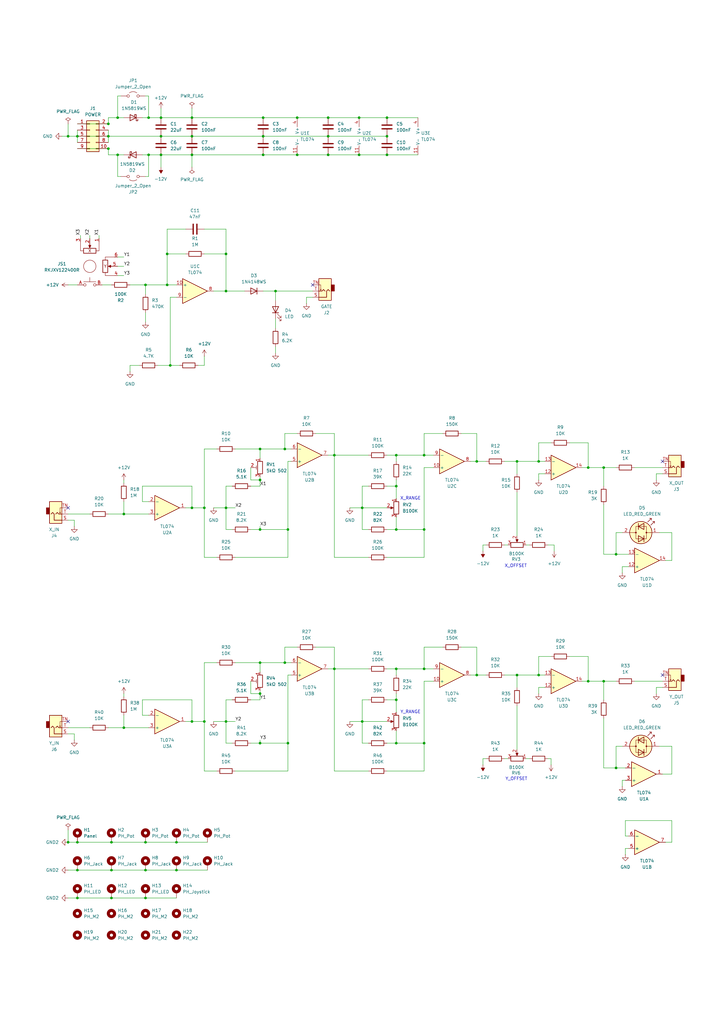
<source format=kicad_sch>
(kicad_sch (version 20231120) (generator "eeschema") (generator_version "8.0")
  (paper "A3" portrait)
  (title_block (title "Joystick") (date "2025-04-09") (rev "2.0") (company "StudioKAT") (comment 1 "CC BY-SA 4.0"))
  (junction (at 162.56 186.69))
  (junction (at 195.58 189.23))
  (junction (at 148.59 208.28))
  (junction (at 212.09 276.86))
  (junction (at 66.04 63.5))
  (junction (at 137.16 274.32))
  (junction (at 78.74 295.91))
  (junction (at 106.68 184.15))
  (junction (at 106.68 217.17))
  (junction (at 31.75 368.3))
  (junction (at 134.62 63.5))
  (junction (at 59.69 345.44))
  (junction (at 137.16 186.69))
  (junction (at 31.75 55.88))
  (junction (at 247.65 191.77))
  (junction (at 158.75 55.88))
  (junction (at 195.58 276.86))
  (junction (at 121.92 48.26))
  (junction (at 45.72 345.44))
  (junction (at 121.92 63.5))
  (junction (at 247.65 279.4))
  (junction (at 118.11 217.17))
  (junction (at 59.69 116.84))
  (junction (at 162.56 274.32))
  (junction (at 107.95 48.26))
  (junction (at 44.45 50.8))
  (junction (at 134.62 48.26))
  (junction (at 173.99 274.32))
  (junction (at 107.95 63.5))
  (junction (at 27.94 345.44))
  (junction (at 60.96 48.26))
  (junction (at 72.39 345.44))
  (junction (at 68.58 116.84))
  (junction (at 78.74 48.26))
  (junction (at 92.71 119.38))
  (junction (at 50.8 210.82))
  (junction (at 27.94 55.88))
  (junction (at 78.74 55.88))
  (junction (at 241.3 279.4))
  (junction (at 92.71 208.28))
  (junction (at 48.26 48.26))
  (junction (at 147.32 48.26))
  (junction (at 92.71 104.14))
  (junction (at 31.75 356.87))
  (junction (at 60.96 63.5))
  (junction (at 68.58 104.14))
  (junction (at 173.99 304.8))
  (junction (at 147.32 63.5))
  (junction (at 59.69 356.87))
  (junction (at 107.95 55.88))
  (junction (at 162.56 287.02))
  (junction (at 78.74 63.5))
  (junction (at 83.82 295.91))
  (junction (at 148.59 295.91))
  (junction (at 241.3 191.77))
  (junction (at 83.82 208.28))
  (junction (at 72.39 356.87))
  (junction (at 66.04 55.88))
  (junction (at 113.03 119.38))
  (junction (at 158.75 48.26))
  (junction (at 118.11 304.8))
  (junction (at 31.75 345.44))
  (junction (at 45.72 356.87))
  (junction (at 44.45 55.88))
  (junction (at 69.85 149.86))
  (junction (at 162.56 199.39))
  (junction (at 45.72 368.3))
  (junction (at 66.04 48.26))
  (junction (at 106.68 271.78))
  (junction (at 173.99 217.17))
  (junction (at 48.26 63.5))
  (junction (at 252.73 314.96))
  (junction (at 59.69 368.3))
  (junction (at 162.56 217.17))
  (junction (at 220.98 276.86))
  (junction (at 106.68 304.8))
  (junction (at 158.75 63.5))
  (junction (at 116.84 184.15))
  (junction (at 134.62 55.88))
  (junction (at 116.84 271.78))
  (junction (at 252.73 227.33))
  (junction (at 220.98 189.23))
  (junction (at 173.99 186.69))
  (junction (at 162.56 304.8))
  (junction (at 78.74 208.28))
  (junction (at 106.68 284.48))
  (junction (at 212.09 189.23))
  (junction (at 106.68 196.85))
  (junction (at 44.45 60.96))
  (junction (at 92.71 295.91))
  (junction (at 50.8 298.45))
  (no_connect (at 271.78 276.86))
  (no_connect (at 128.27 116.84))
  (no_connect (at 271.78 189.23))
  (no_connect (at 27.94 295.91))
  (no_connect (at 27.94 208.28))
  (wire (pts (xy 83.82 271.78) (xy 83.82 295.91)))
  (wire (pts (xy 106.68 284.48) (xy 106.68 287.02)))
  (wire (pts (xy 50.8 198.12) (xy 50.8 196.85)))
  (wire (pts (xy 102.87 196.85) (xy 106.68 196.85)))
  (wire (pts (xy 162.56 304.8) (xy 173.99 304.8)))
  (wire (pts (xy 226.06 269.24) (xy 220.98 269.24)))
  (wire (pts (xy 78.74 295.91) (xy 76.2 295.91)))
  (wire (pts (xy 151.13 304.8) (xy 148.59 304.8)))
  (wire (pts (xy 158.75 63.5) (xy 171.45 63.5)))
  (wire (pts (xy 50.8 210.82) (xy 60.96 210.82)))
  (wire (pts (xy 220.98 196.85) (xy 220.98 194.31)))
  (wire (pts (xy 102.87 279.4) (xy 102.87 284.48)))
  (wire (pts (xy 255.27 306.07) (xy 252.73 306.07)))
  (wire (pts (xy 92.71 199.39) (xy 92.71 208.28)))
  (wire (pts (xy 212.09 276.86) (xy 220.98 276.86)))
  (wire (pts (xy 44.45 60.96) (xy 44.45 63.5)))
  (wire (pts (xy 83.82 228.6) (xy 88.9 228.6)))
  (wire (pts (xy 66.04 55.88) (xy 78.74 55.88)))
  (wire (pts (xy 241.3 279.4) (xy 247.65 279.4)))
  (wire (pts (xy 78.74 55.88) (xy 107.95 55.88)))
  (wire (pts (xy 96.52 184.15) (xy 106.68 184.15)))
  (wire (pts (xy 83.82 316.23) (xy 88.9 316.23)))
  (wire (pts (xy 247.65 191.77) (xy 247.65 199.39)))
  (wire (pts (xy 137.16 177.8) (xy 137.16 186.69)))
  (wire (pts (xy 173.99 316.23) (xy 158.75 316.23)))
  (wire (pts (xy 119.38 189.23) (xy 118.11 189.23)))
  (wire (pts (xy 121.92 177.8) (xy 116.84 177.8)))
  (wire (pts (xy 68.58 93.98) (xy 68.58 104.14)))
  (wire (pts (xy 151.13 217.17) (xy 148.59 217.17)))
  (wire (pts (xy 31.75 356.87) (xy 45.72 356.87)))
  (wire (pts (xy 69.85 149.86) (xy 73.66 149.86)))
  (wire (pts (xy 107.95 63.5) (xy 121.92 63.5)))
  (wire (pts (xy 247.65 191.77) (xy 252.73 191.77)))
  (wire (pts (xy 269.24 281.94) (xy 271.78 281.94)))
  (wire (pts (xy 48.26 113.03) (xy 50.8 113.03)))
  (wire (pts (xy 92.71 287.02) (xy 92.71 295.91)))
  (wire (pts (xy 106.68 304.8) (xy 102.87 304.8)))
  (wire (pts (xy 212.09 189.23) (xy 220.98 189.23)))
  (wire (pts (xy 107.95 48.26) (xy 121.92 48.26)))
  (wire (pts (xy 106.68 271.78) (xy 106.68 275.59)))
  (wire (pts (xy 59.69 72.39) (xy 60.96 72.39)))
  (wire (pts (xy 215.9 311.15) (xy 217.17 311.15)))
  (wire (pts (xy 50.8 210.82) (xy 44.45 210.82)))
  (wire (pts (xy 92.71 295.91) (xy 96.52 295.91)))
  (wire (pts (xy 173.99 228.6) (xy 158.75 228.6)))
  (wire (pts (xy 113.03 119.38) (xy 128.27 119.38)))
  (wire (pts (xy 181.61 265.43) (xy 173.99 265.43)))
  (wire (pts (xy 58.42 199.39) (xy 78.74 199.39)))
  (wire (pts (xy 50.8 298.45) (xy 44.45 298.45)))
  (wire (pts (xy 137.16 316.23) (xy 137.16 274.32)))
  (wire (pts (xy 59.69 39.37) (xy 60.96 39.37)))
  (wire (pts (xy 212.09 289.56) (xy 212.09 307.34)))
  (wire (pts (xy 252.73 314.96) (xy 256.54 314.96)))
  (wire (pts (xy 88.9 184.15) (xy 83.82 184.15)))
  (wire (pts (xy 102.87 284.48) (xy 106.68 284.48)))
  (wire (pts (xy 247.65 279.4) (xy 247.65 287.02)))
  (wire (pts (xy 273.05 229.87) (xy 275.59 229.87)))
  (wire (pts (xy 66.04 63.5) (xy 66.04 68.58)))
  (wire (pts (xy 119.38 276.86) (xy 118.11 276.86)))
  (wire (pts (xy 148.59 217.17) (xy 148.59 208.28)))
  (wire (pts (xy 58.42 63.5) (xy 60.96 63.5)))
  (wire (pts (xy 224.79 311.15) (xy 226.06 311.15)))
  (wire (pts (xy 226.06 181.61) (xy 220.98 181.61)))
  (wire (pts (xy 60.96 293.37) (xy 58.42 293.37)))
  (wire (pts (xy 68.58 104.14) (xy 76.2 104.14)))
  (wire (pts (xy 107.95 55.88) (xy 134.62 55.88)))
  (wire (pts (xy 78.74 63.5) (xy 78.74 68.58)))
  (wire (pts (xy 162.56 287.02) (xy 162.56 292.1)))
  (wire (pts (xy 48.26 63.5) (xy 50.8 63.5)))
  (wire (pts (xy 78.74 295.91) (xy 83.82 295.91)))
  (wire (pts (xy 30.48 213.36) (xy 27.94 213.36)))
  (wire (pts (xy 95.25 199.39) (xy 92.71 199.39)))
  (wire (pts (xy 27.94 116.84) (xy 31.75 116.84)))
  (wire (pts (xy 121.92 48.26) (xy 134.62 48.26)))
  (wire (pts (xy 158.75 217.17) (xy 162.56 217.17)))
  (wire (pts (xy 162.56 186.69) (xy 173.99 186.69)))
  (wire (pts (xy 137.16 265.43) (xy 137.16 274.32)))
  (wire (pts (xy 148.59 304.8) (xy 148.59 295.91)))
  (wire (pts (xy 60.96 39.37) (xy 60.96 48.26)))
  (wire (pts (xy 148.59 199.39) (xy 148.59 208.28)))
  (wire (pts (xy 66.04 63.5) (xy 78.74 63.5)))
  (wire (pts (xy 83.82 149.86) (xy 81.28 149.86)))
  (wire (pts (xy 87.63 119.38) (xy 92.71 119.38)))
  (wire (pts (xy 48.26 48.26) (xy 50.8 48.26)))
  (wire (pts (xy 198.12 311.15) (xy 199.39 311.15)))
  (wire (pts (xy 255.27 234.95) (xy 255.27 232.41)))
  (wire (pts (xy 113.03 119.38) (xy 113.03 123.19)))
  (wire (pts (xy 275.59 336.55) (xy 275.59 345.44)))
  (wire (pts (xy 53.34 152.4) (xy 53.34 149.86)))
  (wire (pts (xy 255.27 320.04) (xy 255.27 322.58)))
  (wire (pts (xy 100.33 119.38) (xy 92.71 119.38)))
  (wire (pts (xy 92.71 217.17) (xy 92.71 208.28)))
  (wire (pts (xy 59.69 132.08) (xy 59.69 128.27)))
  (wire (pts (xy 195.58 189.23) (xy 193.04 189.23)))
  (wire (pts (xy 269.24 284.48) (xy 269.24 281.94)))
  (wire (pts (xy 92.71 208.28) (xy 96.52 208.28)))
  (wire (pts (xy 137.16 228.6) (xy 137.16 186.69)))
  (wire (pts (xy 41.91 116.84) (xy 45.72 116.84)))
  (wire (pts (xy 27.94 298.45) (xy 36.83 298.45)))
  (wire (pts (xy 87.63 295.91) (xy 92.71 295.91)))
  (wire (pts (xy 44.45 55.88) (xy 44.45 58.42)))
  (wire (pts (xy 162.56 186.69) (xy 158.75 186.69)))
  (wire (pts (xy 83.82 93.98) (xy 92.71 93.98)))
  (wire (pts (xy 177.8 191.77) (xy 173.99 191.77)))
  (wire (pts (xy 44.45 53.34) (xy 44.45 55.88)))
  (wire (pts (xy 78.74 44.45) (xy 78.74 48.26)))
  (wire (pts (xy 27.94 345.44) (xy 31.75 345.44)))
  (wire (pts (xy 148.59 295.91) (xy 158.75 295.91)))
  (wire (pts (xy 215.9 223.52) (xy 217.17 223.52)))
  (wire (pts (xy 143.51 208.28) (xy 148.59 208.28)))
  (wire (pts (xy 118.11 316.23) (xy 118.11 304.8)))
  (wire (pts (xy 220.98 281.94) (xy 223.52 281.94)))
  (wire (pts (xy 83.82 208.28) (xy 83.82 228.6)))
  (wire (pts (xy 275.59 306.07) (xy 275.59 317.5)))
  (wire (pts (xy 118.11 228.6) (xy 118.11 217.17)))
  (wire (pts (xy 40.64 96.52) (xy 40.64 97.79)))
  (wire (pts (xy 113.03 144.78) (xy 113.03 142.24)))
  (wire (pts (xy 151.13 228.6) (xy 137.16 228.6)))
  (wire (pts (xy 256.54 347.98) (xy 256.54 350.52)))
  (wire (pts (xy 134.62 48.26) (xy 147.32 48.26)))
  (wire (pts (xy 226.06 313.69) (xy 226.06 311.15)))
  (wire (pts (xy 68.58 116.84) (xy 72.39 116.84)))
  (wire (pts (xy 106.68 283.21) (xy 106.68 284.48)))
  (wire (pts (xy 106.68 271.78) (xy 116.84 271.78)))
  (wire (pts (xy 59.69 345.44) (xy 72.39 345.44)))
  (wire (pts (xy 49.53 39.37) (xy 48.26 39.37)))
  (wire (pts (xy 129.54 177.8) (xy 137.16 177.8)))
  (wire (pts (xy 48.26 105.41) (xy 50.8 105.41)))
  (wire (pts (xy 195.58 189.23) (xy 199.39 189.23)))
  (wire (pts (xy 207.01 189.23) (xy 212.09 189.23)))
  (wire (pts (xy 106.68 196.85) (xy 106.68 199.39)))
  (wire (pts (xy 106.68 184.15) (xy 106.68 187.96)))
  (wire (pts (xy 45.72 345.44) (xy 59.69 345.44)))
  (wire (pts (xy 25.4 55.88) (xy 27.94 55.88)))
  (wire (pts (xy 118.11 189.23) (xy 118.11 217.17)))
  (wire (pts (xy 189.23 265.43) (xy 195.58 265.43)))
  (wire (pts (xy 173.99 274.32) (xy 177.8 274.32)))
  (wire (pts (xy 195.58 276.86) (xy 193.04 276.86)))
  (wire (pts (xy 106.68 195.58) (xy 106.68 196.85)))
  (wire (pts (xy 30.48 300.99) (xy 27.94 300.99)))
  (wire (pts (xy 78.74 199.39) (xy 78.74 208.28)))
  (wire (pts (xy 58.42 48.26) (xy 60.96 48.26)))
  (wire (pts (xy 83.82 184.15) (xy 83.82 208.28)))
  (wire (pts (xy 173.99 186.69) (xy 177.8 186.69)))
  (wire (pts (xy 106.68 217.17) (xy 102.87 217.17)))
  (wire (pts (xy 151.13 287.02) (xy 148.59 287.02)))
  (wire (pts (xy 162.56 217.17) (xy 162.56 212.09)))
  (wire (pts (xy 260.35 279.4) (xy 271.78 279.4)))
  (wire (pts (xy 147.32 63.5) (xy 158.75 63.5)))
  (wire (pts (xy 118.11 217.17) (xy 106.68 217.17)))
  (wire (pts (xy 78.74 208.28) (xy 83.82 208.28)))
  (wire (pts (xy 102.87 287.02) (xy 106.68 287.02)))
  (wire (pts (xy 148.59 208.28) (xy 158.75 208.28)))
  (wire (pts (xy 247.65 279.4) (xy 252.73 279.4)))
  (wire (pts (xy 198.12 226.06) (xy 198.12 223.52)))
  (wire (pts (xy 198.12 223.52) (xy 199.39 223.52)))
  (wire (pts (xy 220.98 194.31) (xy 223.52 194.31)))
  (wire (pts (xy 92.71 119.38) (xy 92.71 104.14)))
  (wire (pts (xy 95.25 217.17) (xy 92.71 217.17)))
  (wire (pts (xy 121.92 265.43) (xy 116.84 265.43)))
  (wire (pts (xy 50.8 205.74) (xy 50.8 210.82)))
  (wire (pts (xy 247.65 227.33) (xy 247.65 207.01)))
  (wire (pts (xy 106.68 303.53) (xy 106.68 304.8)))
  (wire (pts (xy 27.94 368.3) (xy 31.75 368.3)))
  (wire (pts (xy 247.65 314.96) (xy 252.73 314.96)))
  (wire (pts (xy 88.9 271.78) (xy 83.82 271.78)))
  (wire (pts (xy 241.3 279.4) (xy 238.76 279.4)))
  (wire (pts (xy 49.53 72.39) (xy 48.26 72.39)))
  (wire (pts (xy 31.75 50.8) (xy 44.45 50.8)))
  (wire (pts (xy 69.85 121.92) (xy 69.85 149.86)))
  (wire (pts (xy 31.75 368.3) (xy 45.72 368.3)))
  (wire (pts (xy 50.8 298.45) (xy 60.96 298.45)))
  (wire (pts (xy 125.73 124.46) (xy 125.73 121.92)))
  (wire (pts (xy 27.94 356.87) (xy 31.75 356.87)))
  (wire (pts (xy 31.75 60.96) (xy 44.45 60.96)))
  (wire (pts (xy 58.42 293.37) (xy 58.42 287.02)))
  (wire (pts (xy 137.16 274.32) (xy 134.62 274.32)))
  (wire (pts (xy 173.99 191.77) (xy 173.99 217.17)))
  (wire (pts (xy 60.96 48.26) (xy 66.04 48.26)))
  (wire (pts (xy 173.99 279.4) (xy 173.99 304.8)))
  (wire (pts (xy 48.26 39.37) (xy 48.26 48.26)))
  (wire (pts (xy 116.84 184.15) (xy 119.38 184.15)))
  (wire (pts (xy 256.54 336.55) (xy 275.59 336.55)))
  (wire (pts (xy 189.23 177.8) (xy 195.58 177.8)))
  (wire (pts (xy 58.42 205.74) (xy 58.42 199.39)))
  (wire (pts (xy 96.52 228.6) (xy 118.11 228.6)))
  (wire (pts (xy 78.74 287.02) (xy 78.74 295.91)))
  (wire (pts (xy 60.96 205.74) (xy 58.42 205.74)))
  (wire (pts (xy 227.33 226.06) (xy 227.33 223.52)))
  (wire (pts (xy 60.96 63.5) (xy 66.04 63.5)))
  (wire (pts (xy 256.54 347.98) (xy 257.81 347.98)))
  (wire (pts (xy 31.75 345.44) (xy 45.72 345.44)))
  (wire (pts (xy 31.75 55.88) (xy 44.45 55.88)))
  (wire (pts (xy 212.09 276.86) (xy 212.09 281.94)))
  (wire (pts (xy 181.61 177.8) (xy 173.99 177.8)))
  (wire (pts (xy 129.54 265.43) (xy 137.16 265.43)))
  (wire (pts (xy 137.16 274.32) (xy 151.13 274.32)))
  (wire (pts (xy 44.45 48.26) (xy 48.26 48.26)))
  (wire (pts (xy 95.25 287.02) (xy 92.71 287.02)))
  (wire (pts (xy 72.39 345.44) (xy 85.09 345.44)))
  (wire (pts (xy 68.58 104.14) (xy 68.58 116.84)))
  (wire (pts (xy 256.54 320.04) (xy 255.27 320.04)))
  (wire (pts (xy 162.56 304.8) (xy 162.56 299.72)))
  (wire (pts (xy 162.56 217.17) (xy 173.99 217.17)))
  (wire (pts (xy 58.42 287.02) (xy 78.74 287.02)))
  (wire (pts (xy 95.25 304.8) (xy 92.71 304.8)))
  (wire (pts (xy 92.71 93.98) (xy 92.71 104.14)))
  (wire (pts (xy 195.58 265.43) (xy 195.58 276.86)))
  (wire (pts (xy 78.74 208.28) (xy 76.2 208.28)))
  (wire (pts (xy 45.72 368.3) (xy 59.69 368.3)))
  (wire (pts (xy 148.59 287.02) (xy 148.59 295.91)))
  (wire (pts (xy 252.73 306.07) (xy 252.73 314.96)))
  (wire (pts (xy 68.58 116.84) (xy 59.69 116.84)))
  (wire (pts (xy 256.54 342.9) (xy 257.81 342.9)))
  (wire (pts (xy 30.48 215.9) (xy 30.48 213.36)))
  (wire (pts (xy 72.39 121.92) (xy 69.85 121.92)))
  (wire (pts (xy 87.63 208.28) (xy 92.71 208.28)))
  (wire (pts (xy 173.99 217.17) (xy 173.99 228.6)))
  (wire (pts (xy 147.32 48.26) (xy 158.75 48.26)))
  (wire (pts (xy 102.87 191.77) (xy 102.87 196.85)))
  (wire (pts (xy 59.69 368.3) (xy 72.39 368.3)))
  (wire (pts (xy 27.94 210.82) (xy 36.83 210.82)))
  (wire (pts (xy 162.56 274.32) (xy 158.75 274.32)))
  (wire (pts (xy 92.71 104.14) (xy 83.82 104.14)))
  (wire (pts (xy 134.62 63.5) (xy 147.32 63.5)))
  (wire (pts (xy 212.09 201.93) (xy 212.09 219.71)))
  (wire (pts (xy 31.75 55.88) (xy 31.75 58.42)))
  (wire (pts (xy 195.58 276.86) (xy 199.39 276.86)))
  (wire (pts (xy 36.83 96.52) (xy 36.83 97.79)))
  (wire (pts (xy 66.04 48.26) (xy 78.74 48.26)))
  (wire (pts (xy 78.74 63.5) (xy 107.95 63.5)))
  (wire (pts (xy 173.99 177.8) (xy 173.99 186.69)))
  (wire (pts (xy 83.82 146.05) (xy 83.82 149.86)))
  (wire (pts (xy 271.78 317.5) (xy 275.59 317.5)))
  (wire (pts (xy 66.04 44.45) (xy 66.04 48.26)))
  (wire (pts (xy 224.79 223.52) (xy 227.33 223.52)))
  (wire (pts (xy 207.01 276.86) (xy 212.09 276.86)))
  (wire (pts (xy 173.99 304.8) (xy 173.99 316.23)))
  (wire (pts (xy 247.65 227.33) (xy 252.73 227.33)))
  (wire (pts (xy 158.75 304.8) (xy 162.56 304.8)))
  (wire (pts (xy 275.59 218.44) (xy 275.59 229.87)))
  (wire (pts (xy 241.3 269.24) (xy 241.3 279.4)))
  (wire (pts (xy 162.56 274.32) (xy 173.99 274.32)))
  (wire (pts (xy 173.99 265.43) (xy 173.99 274.32)))
  (wire (pts (xy 151.13 316.23) (xy 137.16 316.23)))
  (wire (pts (xy 134.62 55.88) (xy 158.75 55.88)))
  (wire (pts (xy 256.54 342.9) (xy 256.54 336.55)))
  (wire (pts (xy 162.56 196.85) (xy 162.56 199.39)))
  (wire (pts (xy 64.77 149.86) (xy 69.85 149.86)))
  (wire (pts (xy 151.13 199.39) (xy 148.59 199.39)))
  (wire (pts (xy 260.35 191.77) (xy 271.78 191.77)))
  (wire (pts (xy 106.68 184.15) (xy 116.84 184.15)))
  (wire (pts (xy 162.56 199.39) (xy 162.56 204.47)))
  (wire (pts (xy 233.68 269.24) (xy 241.3 269.24)))
  (wire (pts (xy 59.69 356.87) (xy 72.39 356.87)))
  (wire (pts (xy 162.56 189.23) (xy 162.56 186.69)))
  (wire (pts (xy 60.96 72.39) (xy 60.96 63.5)))
  (wire (pts (xy 44.45 50.8) (xy 44.45 48.26)))
  (wire (pts (xy 107.95 119.38) (xy 113.03 119.38)))
  (wire (pts (xy 270.51 218.44) (xy 275.59 218.44)))
  (wire (pts (xy 212.09 189.23) (xy 212.09 194.31)))
  (wire (pts (xy 220.98 284.48) (xy 220.98 281.94)))
  (wire (pts (xy 59.69 120.65) (xy 59.69 116.84)))
  (wire (pts (xy 27.94 340.36) (xy 27.94 345.44)))
  (wire (pts (xy 247.65 314.96) (xy 247.65 294.64)))
  (wire (pts (xy 137.16 186.69) (xy 134.62 186.69)))
  (wire (pts (xy 252.73 218.44) (xy 252.73 227.33)))
  (wire (pts (xy 162.56 276.86) (xy 162.56 274.32)))
  (wire (pts (xy 113.03 130.81) (xy 113.03 134.62)))
  (wire (pts (xy 207.01 311.15) (xy 208.28 311.15)))
  (wire (pts (xy 241.3 191.77) (xy 247.65 191.77)))
  (wire (pts (xy 121.92 63.5) (xy 134.62 63.5)))
  (wire (pts (xy 53.34 149.86) (xy 57.15 149.86)))
  (wire (pts (xy 118.11 304.8) (xy 106.68 304.8)))
  (wire (pts (xy 255.27 218.44) (xy 252.73 218.44)))
  (wire (pts (xy 220.98 181.61) (xy 220.98 189.23)))
  (wire (pts (xy 220.98 276.86) (xy 223.52 276.86)))
  (wire (pts (xy 207.01 223.52) (xy 208.28 223.52)))
  (wire (pts (xy 44.45 55.88) (xy 66.04 55.88)))
  (wire (pts (xy 33.02 96.52) (xy 33.02 97.79)))
  (wire (pts (xy 158.75 48.26) (xy 171.45 48.26)))
  (wire (pts (xy 50.8 285.75) (xy 50.8 284.48)))
  (wire (pts (xy 220.98 269.24) (xy 220.98 276.86)))
  (wire (pts (xy 96.52 316.23) (xy 118.11 316.23)))
  (wire (pts (xy 48.26 72.39) (xy 48.26 63.5)))
  (wire (pts (xy 116.84 177.8) (xy 116.84 184.15)))
  (wire (pts (xy 233.68 181.61) (xy 241.3 181.61)))
  (wire (pts (xy 83.82 295.91) (xy 83.82 316.23)))
  (wire (pts (xy 45.72 356.87) (xy 59.69 356.87)))
  (wire (pts (xy 48.26 109.22) (xy 50.8 109.22)))
  (wire (pts (xy 31.75 53.34) (xy 31.75 55.88)))
  (wire (pts (xy 255.27 232.41) (xy 257.81 232.41)))
  (wire (pts (xy 158.75 199.39) (xy 162.56 199.39)))
  (wire (pts (xy 106.68 215.9) (xy 106.68 217.17)))
  (wire (pts (xy 116.84 271.78) (xy 119.38 271.78)))
  (wire (pts (xy 53.34 116.84) (xy 59.69 116.84)))
  (wire (pts (xy 198.12 313.69) (xy 198.12 311.15)))
  (wire (pts (xy 44.45 63.5) (xy 48.26 63.5)))
  (wire (pts (xy 27.94 50.8) (xy 27.94 55.88)))
  (wire (pts (xy 76.2 93.98) (xy 68.58 93.98)))
  (wire (pts (xy 116.84 265.43) (xy 116.84 271.78)))
  (wire (pts (xy 177.8 279.4) (xy 173.99 279.4)))
  (wire (pts (xy 125.73 121.92) (xy 128.27 121.92)))
  (wire (pts (xy 72.39 356.87) (xy 85.09 356.87)))
  (wire (pts (xy 273.05 345.44) (xy 275.59 345.44)))
  (wire (pts (xy 143.51 295.91) (xy 148.59 295.91)))
  (wire (pts (xy 137.16 186.69) (xy 151.13 186.69)))
  (wire (pts (xy 78.74 48.26) (xy 107.95 48.26)))
  (wire (pts (xy 270.51 306.07) (xy 275.59 306.07)))
  (wire (pts (xy 241.3 191.77) (xy 238.76 191.77)))
  (wire (pts (xy 30.48 303.53) (xy 30.48 300.99)))
  (wire (pts (xy 92.71 304.8) (xy 92.71 295.91)))
  (wire (pts (xy 269.24 196.85) (xy 269.24 194.31)))
  (wire (pts (xy 158.75 287.02) (xy 162.56 287.02)))
  (wire (pts (xy 220.98 189.23) (xy 223.52 189.23)))
  (wire (pts (xy 118.11 276.86) (xy 118.11 304.8)))
  (wire (pts (xy 195.58 177.8) (xy 195.58 189.23)))
  (wire (pts (xy 27.94 55.88) (xy 31.75 55.88)))
  (wire (pts (xy 50.8 293.37) (xy 50.8 298.45)))
  (wire (pts (xy 252.73 227.33) (xy 257.81 227.33)))
  (wire (pts (xy 96.52 271.78) (xy 106.68 271.78)))
  (wire (pts (xy 162.56 284.48) (xy 162.56 287.02)))
  (wire (pts (xy 102.87 199.39) (xy 106.68 199.39)))
  (wire (pts (xy 241.3 181.61) (xy 241.3 191.77)))
  (wire (pts (xy 269.24 194.31) (xy 271.78 194.31)))
  (text "Y_RANGE" (at 168.402 292.1 0) (effects (font (size 1.27 1.27))))
  (text "X_OFFSET" (at 211.582 232.156 0) (effects (font (size 1.27 1.27))))
  (text "X_RANGE" (at 168.402 204.47 0) (effects (font (size 1.27 1.27))))
  (text "Y_OFFSET" (at 211.836 319.532 0) (effects (font (size 1.27 1.27))))
  (label "X3" (at 106.68 215.9 0))
  (label "X2" (at 96.52 208.28 0))
  (label "X2" (at 36.83 96.52 90))
  (label "Y3" (at 50.8 113.03 0))
  (label "Y1" (at 106.68 287.02 0))
  (label "Y2" (at 96.52 295.91 0))
  (label "Y1" (at 50.8 105.41 0))
  (label "X1" (at 106.68 199.39 0))
  (label "X1" (at 40.64 96.52 90))
  (label "Y2" (at 50.8 109.22 0))
  (label "X3" (at 33.02 96.52 90))
  (label "Y3" (at 106.68 303.53 0))
  (symbol (lib_id "Diode:1N5819WS") (at 54.61 63.5 0) (mirror x) (unit 1)
    (property "Reference" "D2" (at 54.2925 69.85 0))
    (property "Value" "1N5819WS" (at 54.2925 67.31 0))
    (property "Footprint" "Diode_SMD:D_SOD-323" (effects (hide yes)))
    (property "Datasheet" "https://datasheet.lcsc.com/lcsc/2204281430_Guangdong-Hottech-1N5819WS_C191023.pdf" (effects (hide yes)))
    (property "Description" "40V 600mV@1A 1A SOD-323 Schottky Barrier Diodes, SOD-323" (effects (hide yes)))
    (property "LCSC" "C191023" (effects (hide yes)))
  )
  (symbol (lib_id "Device:R") (at 99.06 217.17 90) (unit 1)
    (property "Reference" "R21" (at 99.06 210.82 90))
    (property "Value" "8.2K" (at 99.06 213.36 90))
    (property "Footprint" "Resistor_SMD:R_0603_1608Metric" (effects (hide yes)))
    (property "Description" "Resistor" (effects (hide yes)))
    (property "LCSC" "C25981" (effects (hide yes)))
  )
  (symbol (lib_id "Device:R") (at 125.73 177.8 90) (unit 1)
    (property "Reference" "R7" (at 125.73 171.45 90))
    (property "Value" "10K" (at 125.73 173.99 90))
    (property "Footprint" "Resistor_SMD:R_0603_1608Metric" (effects (hide yes)))
    (property "Description" "Resistor" (effects (hide yes)))
    (property "LCSC" "C25804" (effects (hide yes)))
  )
  (symbol (lib_id "Device:R") (at 50.8 289.56 0) (unit 1)
    (property "Reference" "R38" (at 53.34 288.2899 0) (effects (justify left)))
    (property "Value" "1M" (at 53.34 290.8299 0) (effects (justify left)))
    (property "Footprint" "Resistor_SMD:R_0603_1608Metric" (effects (hide yes)))
    (property "Description" "Resistor" (effects (hide yes)))
    (property "LCSC" "C22935" (effects (hide yes)))
  )
  (symbol (lib_id "Device:R") (at 154.94 274.32 90) (unit 1)
    (property "Reference" "R31" (at 154.94 267.97 90))
    (property "Value" "100K" (at 154.94 270.51 90))
    (property "Footprint" "Resistor_SMD:R_0603_1608Metric" (effects (hide yes)))
    (property "Description" "Resistor" (effects (hide yes)))
    (property "LCSC" "C25803" (effects (hide yes)))
  )
  (symbol (lib_id "power:+12V") (at 50.8 284.48 0) (unit 1)
    (property "Reference" "#PWR019" (effects (hide yes)))
    (property "Value" "+12V" (at 50.8 279.4 0))
    (property "Description" "Power symbol creates a global label with name \"+12V\"" (effects (hide yes)))
  )
  (symbol (lib_id "Device:R") (at 154.94 186.69 90) (unit 1)
    (property "Reference" "R11" (at 154.94 180.34 90))
    (property "Value" "100K" (at 154.94 182.88 90))
    (property "Footprint" "Resistor_SMD:R_0603_1608Metric" (effects (hide yes)))
    (property "Description" "Resistor" (effects (hide yes)))
    (property "LCSC" "C25803" (effects (hide yes)))
  )
  (symbol (lib_id "Device:R") (at 212.09 285.75 0) (mirror x) (unit 1)
    (property "Reference" "R35" (at 209.55 284.4799 0) (effects (justify right)))
    (property "Value" "10K" (at 209.55 287.0199 0) (effects (justify right)))
    (property "Footprint" "Resistor_SMD:R_0603_1608Metric" (effects (hide yes)))
    (property "Description" "Resistor" (effects (hide yes)))
    (property "LCSC" "C25804" (effects (hide yes)))
  )
  (symbol (lib_id "Mechanical:MountingHole_Pad") (at 45.72 342.9 0) (unit 1) (exclude_from_sim yes) (in_bom no)
    (property "Reference" "H2" (at 48.26 340.3599 0) (effects (justify left)))
    (property "Value" "PH_Pot" (at 48.26 342.8999 0) (effects (justify left)))
    (property "Footprint" "kat_eurorack:PH_RV09_center" (effects (hide yes)))
    (property "Description" "Mounting Hole with connection" (effects (hide yes)))
  )
  (symbol (lib_id "Device:R") (at 220.98 311.15 90) (unit 1)
    (property "Reference" "R44" (at 220.98 304.8 90))
    (property "Value" "1K" (at 220.98 307.34 90))
    (property "Footprint" "Resistor_SMD:R_0603_1608Metric" (effects (hide yes)))
    (property "Description" "Resistor" (effects (hide yes)))
    (property "LCSC" "C21190" (effects (hide yes)))
  )
  (symbol (lib_id "Device:R") (at 212.09 198.12 0) (mirror x) (unit 1)
    (property "Reference" "R15" (at 209.55 196.8499 0) (effects (justify right)))
    (property "Value" "10K" (at 209.55 199.3899 0) (effects (justify right)))
    (property "Footprint" "Resistor_SMD:R_0603_1608Metric" (effects (hide yes)))
    (property "Description" "Resistor" (effects (hide yes)))
    (property "LCSC" "C25804" (effects (hide yes)))
  )
  (symbol (lib_id "Device:R") (at 92.71 184.15 90) (unit 1)
    (property "Reference" "R10" (at 92.71 177.8 90))
    (property "Value" "10K" (at 92.71 180.34 90))
    (property "Footprint" "Resistor_SMD:R_0603_1608Metric" (effects (hide yes)))
    (property "Description" "Resistor" (effects (hide yes)))
    (property "LCSC" "C25804" (effects (hide yes)))
  )
  (symbol (lib_id "Amplifier_Operational:TL074") (at 185.42 189.23 0) (mirror x) (unit 3)
    (property "Reference" "U2" (at 185.42 199.39 0))
    (property "Value" "TL074" (at 185.42 196.85 0))
    (property "Footprint" "Package_SO:TSSOP-14_4.4x5mm_P0.65mm" (effects (hide yes)))
    (property "Datasheet" "http://www.ti.com/lit/ds/symlink/tl071.pdf" (effects (hide yes)))
    (property "Description" "Quad Low-Noise JFET-Input Operational Amplifiers, DIP-14/SOIC-14" (effects (hide yes)))
    (property "LCSC" "C96507" (effects (hide yes)))
  )
  (symbol (lib_id "Device:C") (at 66.04 59.69 0) (unit 1)
    (property "Reference" "C6" (at 69.85 58.4199 0) (effects (justify left)))
    (property "Value" "22uF" (at 69.85 60.9599 0) (effects (justify left)))
    (property "Footprint" "Capacitor_SMD:C_0805_2012Metric" (effects (hide yes)))
    (property "Description" "Unpolarized capacitor" (effects (hide yes)))
    (property "LCSC" "C45783" (effects (hide yes)))
  )
  (symbol (lib_id "Device:R") (at 154.94 217.17 90) (unit 1)
    (property "Reference" "R22" (at 154.94 210.82 90))
    (property "Value" "82K" (at 154.94 213.36 90))
    (property "Footprint" "Resistor_SMD:R_0603_1608Metric" (effects (hide yes)))
    (property "Description" "Resistor" (effects (hide yes)))
    (property "LCSC" "C23254" (effects (hide yes)))
  )
  (symbol (lib_id "Device:R_Potentiometer") (at 162.56 295.91 0) (mirror y) (unit 1)
    (property "Reference" "RV5" (at 165.1 294.6399 0) (effects (justify right)))
    (property "Value" "B100K" (at 165.1 297.1799 0) (effects (justify right)))
    (property "Footprint" "kat_eurorack:Potentiometer_RV09" (effects (hide yes)))
    (property "Description" "Potentiometer" (effects (hide yes)))
  )
  (symbol (lib_id "Device:R") (at 247.65 290.83 0) (mirror y) (unit 1)
    (property "Reference" "R39" (at 245.11 289.5599 0) (effects (justify left)))
    (property "Value" "3K" (at 245.11 292.0999 0) (effects (justify left)))
    (property "Footprint" "Resistor_SMD:R_0603_1608Metric" (effects (hide yes)))
    (property "Description" "Resistor" (effects (hide yes)))
    (property "LCSC" "C4211" (effects (hide yes)))
  )
  (symbol (lib_id "Device:C") (at 66.04 52.07 0) (unit 1)
    (property "Reference" "C1" (at 69.85 50.7999 0) (effects (justify left)))
    (property "Value" "22uF" (at 69.85 53.3399 0) (effects (justify left)))
    (property "Footprint" "Capacitor_SMD:C_0805_2012Metric" (effects (hide yes)))
    (property "Description" "Unpolarized capacitor" (effects (hide yes)))
    (property "LCSC" "C45783" (effects (hide yes)))
  )
  (symbol (lib_id "Mechanical:MountingHole_Pad") (at 85.09 342.9 0) (unit 1) (exclude_from_sim yes) (in_bom no)
    (property "Reference" "H5" (at 87.63 340.3599 0) (effects (justify left)))
    (property "Value" "PH_Pot" (at 87.63 342.8999 0) (effects (justify left)))
    (property "Footprint" "kat_eurorack:PH_RV09_center" (effects (hide yes)))
    (property "Description" "Mounting Hole with connection" (effects (hide yes)))
  )
  (symbol (lib_id "power:+12V") (at 66.04 44.45 0) (unit 1)
    (property "Reference" "#PWR01" (effects (hide yes)))
    (property "Value" "+12V" (at 63.246 40.132 0) (effects (justify left)))
    (property "Description" "Power symbol creates a global label with name \"+12V\"" (effects (hide yes)))
  )
  (symbol (lib_id "Mechanical:MountingHole_Pad") (at 59.69 342.9 0) (unit 1) (exclude_from_sim yes) (in_bom no)
    (property "Reference" "H3" (at 62.23 340.3599 0) (effects (justify left)))
    (property "Value" "PH_Pot" (at 62.23 342.8999 0) (effects (justify left)))
    (property "Footprint" "kat_eurorack:PH_RV09_center" (effects (hide yes)))
    (property "Description" "Mounting Hole with connection" (effects (hide yes)))
  )
  (symbol (lib_id "Amplifier_Operational:TL074") (at 149.86 55.88 0) (unit 5)
    (property "Reference" "U2" (at 148.59 54.6099 0) (effects (justify left)))
    (property "Value" "TL074" (at 148.59 57.1499 0) (effects (justify left)))
    (property "Footprint" "Package_SO:TSSOP-14_4.4x5mm_P0.65mm" (effects (hide yes)))
    (property "Datasheet" "http://www.ti.com/lit/ds/symlink/tl071.pdf" (effects (hide yes)))
    (property "Description" "Quad Low-Noise JFET-Input Operational Amplifiers, DIP-14/SOIC-14" (effects (hide yes)))
    (property "LCSC" "C96507" (effects (hide yes)))
  )
  (symbol (lib_id "power:GND") (at 113.03 144.78 0) (unit 1)
    (property "Reference" "#PWR07" (effects (hide yes)))
    (property "Value" "GND" (at 113.03 149.86 0))
    (property "Description" "Power symbol creates a global label with name \"GND\" , ground" (effects (hide yes)))
  )
  (symbol (lib_id "Mechanical:MountingHole") (at 59.69 374.65 0) (unit 1) (exclude_from_sim yes) (in_bom no)
    (property "Reference" "H17" (at 62.23 373.3799 0) (effects (justify left)))
    (property "Value" "PH_M2" (at 62.23 375.9199 0) (effects (justify left)))
    (property "Footprint" "kat_eurorack:MountingHole_2.2mm_M2" (effects (hide yes)))
    (property "Description" "Mounting Hole without connection" (effects (hide yes)))
  )
  (symbol (lib_id "Device:R") (at 154.94 287.02 90) (unit 1)
    (property "Reference" "R37" (at 154.94 280.67 90))
    (property "Value" "39K" (at 154.94 283.21 90))
    (property "Footprint" "Resistor_SMD:R_0603_1608Metric" (effects (hide yes)))
    (property "Description" "Resistor" (effects (hide yes)))
    (property "LCSC" "C23153" (effects (hide yes)))
  )
  (symbol (lib_id "Device:R_Potentiometer") (at 212.09 223.52 270) (mirror x) (unit 1)
    (property "Reference" "RV3" (at 213.614 229.362 90) (effects (justify right)))
    (property "Value" "B100K" (at 215.138 227.076 90) (effects (justify right)))
    (property "Footprint" "kat_eurorack:Potentiometer_RV09" (effects (hide yes)))
    (property "Description" "Potentiometer" (effects (hide yes)))
  )
  (symbol (lib_id "power:GND") (at 255.27 322.58 0) (mirror y) (unit 1)
    (property "Reference" "#PWR027" (effects (hide yes)))
    (property "Value" "GND" (at 255.27 327.66 0))
    (property "Description" "Power symbol creates a global label with name \"GND\" , ground" (effects (hide yes)))
  )
  (symbol (lib_id "Mechanical:MountingHole") (at 59.69 383.54 0) (unit 1) (exclude_from_sim yes) (in_bom no)
    (property "Reference" "H21" (at 62.23 382.2699 0) (effects (justify left)))
    (property "Value" "PH_M2" (at 62.23 384.8099 0) (effects (justify left)))
    (property "Footprint" "kat_eurorack:MountingHole_2.2mm_M2" (effects (hide yes)))
    (property "Description" "Mounting Hole without connection" (effects (hide yes)))
  )
  (symbol (lib_id "Device:R") (at 256.54 279.4 90) (unit 1)
    (property "Reference" "R33" (at 256.54 273.05 90))
    (property "Value" "1K" (at 256.54 275.59 90))
    (property "Footprint" "Resistor_SMD:R_0603_1608Metric" (effects (hide yes)))
    (property "Description" "Resistor" (effects (hide yes)))
    (property "LCSC" "C21190" (effects (hide yes)))
  )
  (symbol (lib_id "Device:R") (at 60.96 149.86 90) (unit 1)
    (property "Reference" "R5" (at 60.96 143.51 90))
    (property "Value" "4.7K" (at 60.96 146.05 90))
    (property "Footprint" "Resistor_SMD:R_0603_1608Metric" (effects (hide yes)))
    (property "Description" "Resistor" (effects (hide yes)))
    (property "LCSC" "C23162" (effects (hide yes)))
  )
  (symbol (lib_id "Amplifier_Operational:TL074") (at 265.43 345.44 0) (mirror x) (unit 2)
    (property "Reference" "U1" (at 265.43 355.6 0))
    (property "Value" "TL074" (at 265.43 353.06 0))
    (property "Footprint" "Package_SO:TSSOP-14_4.4x5mm_P0.65mm" (effects (hide yes)))
    (property "Datasheet" "http://www.ti.com/lit/ds/symlink/tl071.pdf" (effects (hide yes)))
    (property "Description" "Quad Low-Noise JFET-Input Operational Amplifiers, DIP-14/SOIC-14" (effects (hide yes)))
    (property "LCSC" "C96507" (effects (hide yes)))
  )
  (symbol (lib_id "Device:C") (at 80.01 93.98 90) (unit 1)
    (property "Reference" "C11" (at 80.01 86.36 90))
    (property "Value" "47nF" (at 80.01 88.9 90))
    (property "Footprint" "Capacitor_SMD:C_0603_1608Metric" (effects (hide yes)))
    (property "Description" "Unpolarized capacitor" (effects (hide yes)))
    (property "LCSC" "C1622" (effects (hide yes)))
  )
  (symbol (lib_id "Device:C") (at 158.75 52.07 0) (unit 1)
    (property "Reference" "C5" (at 162.56 50.7999 0) (effects (justify left)))
    (property "Value" "100nF" (at 162.56 53.3399 0) (effects (justify left)))
    (property "Footprint" "Capacitor_SMD:C_0603_1608Metric" (effects (hide yes)))
    (property "Description" "Unpolarized capacitor" (effects (hide yes)))
    (property "LCSC" "C14663" (effects (hide yes)))
  )
  (symbol (lib_id "Amplifier_Operational:TL074") (at 127 186.69 0) (mirror x) (unit 2)
    (property "Reference" "U2" (at 127 196.85 0))
    (property "Value" "TL074" (at 127 194.31 0))
    (property "Footprint" "Package_SO:TSSOP-14_4.4x5mm_P0.65mm" (effects (hide yes)))
    (property "Datasheet" "http://www.ti.com/lit/ds/symlink/tl071.pdf" (effects (hide yes)))
    (property "Description" "Quad Low-Noise JFET-Input Operational Amplifiers, DIP-14/SOIC-14" (effects (hide yes)))
    (property "LCSC" "C96507" (effects (hide yes)))
  )
  (symbol (lib_id "power:GND") (at 220.98 196.85 0) (mirror y) (unit 1)
    (property "Reference" "#PWR011" (effects (hide yes)))
    (property "Value" "GND" (at 220.98 201.93 0))
    (property "Description" "Power symbol creates a global label with name \"GND\" , ground" (effects (hide yes)))
  )
  (symbol (lib_id "power:GND") (at 220.98 284.48 0) (mirror y) (unit 1)
    (property "Reference" "#PWR020" (effects (hide yes)))
    (property "Value" "GND" (at 220.98 289.56 0))
    (property "Description" "Power symbol creates a global label with name \"GND\" , ground" (effects (hide yes)))
  )
  (symbol (lib_id "Device:R") (at 92.71 228.6 90) (unit 1)
    (property "Reference" "R25" (at 92.71 222.25 90))
    (property "Value" "10K" (at 92.71 224.79 90))
    (property "Footprint" "Resistor_SMD:R_0603_1608Metric" (effects (hide yes)))
    (property "Description" "Resistor" (effects (hide yes)))
    (property "LCSC" "C25804" (effects (hide yes)))
  )
  (symbol (lib_id "Device:R") (at 113.03 138.43 0) (unit 1)
    (property "Reference" "R4" (at 115.57 137.1599 0) (effects (justify left)))
    (property "Value" "6.2K" (at 115.57 139.6999 0) (effects (justify left)))
    (property "Footprint" "Resistor_SMD:R_0603_1608Metric" (effects (hide yes)))
    (property "Description" "Resistor" (effects (hide yes)))
    (property "LCSC" "C4260" (effects (hide yes)))
  )
  (symbol (lib_id "Device:R") (at 162.56 280.67 0) (unit 1)
    (property "Reference" "R34" (at 165.1 279.3999 0) (effects (justify left)))
    (property "Value" "22K" (at 165.1 281.9399 0) (effects (justify left)))
    (property "Footprint" "Resistor_SMD:R_0603_1608Metric" (effects (hide yes)))
    (property "Description" "Resistor" (effects (hide yes)))
    (property "LCSC" "C31850" (effects (hide yes)))
  )
  (symbol (lib_id "Device:R") (at 154.94 199.39 90) (unit 1)
    (property "Reference" "R17" (at 154.94 193.04 90))
    (property "Value" "39K" (at 154.94 195.58 90))
    (property "Footprint" "Resistor_SMD:R_0603_1608Metric" (effects (hide yes)))
    (property "Description" "Resistor" (effects (hide yes)))
    (property "LCSC" "C23153" (effects (hide yes)))
  )
  (symbol (lib_id "Amplifier_Operational:TL074") (at 173.99 55.88 0) (unit 5)
    (property "Reference" "U3" (at 172.72 54.6099 0) (effects (justify left)))
    (property "Value" "TL074" (at 172.72 57.1499 0) (effects (justify left)))
    (property "Footprint" "Package_SO:TSSOP-14_4.4x5mm_P0.65mm" (effects (hide yes)))
    (property "Datasheet" "http://www.ti.com/lit/ds/symlink/tl071.pdf" (effects (hide yes)))
    (property "Description" "Quad Low-Noise JFET-Input Operational Amplifiers, DIP-14/SOIC-14" (effects (hide yes)))
    (property "LCSC" "C96507" (effects (hide yes)))
  )
  (symbol (lib_id "Device:R") (at 77.47 149.86 90) (unit 1)
    (property "Reference" "R6" (at 77.47 143.51 90))
    (property "Value" "10K" (at 77.47 146.05 90))
    (property "Footprint" "Resistor_SMD:R_0603_1608Metric" (effects (hide yes)))
    (property "Description" "Resistor" (effects (hide yes)))
    (property "LCSC" "C25804" (effects (hide yes)))
  )
  (symbol (lib_id "power:-12V") (at 198.12 313.69 0) (mirror x) (unit 1)
    (property "Reference" "#PWR025" (effects (hide yes)))
    (property "Value" "-12V" (at 198.12 318.77 0))
    (property "Description" "Power symbol creates a global label with name \"-12V\"" (effects (hide yes)))
  )
  (symbol (lib_id "Mechanical:MountingHole_Pad") (at 72.39 342.9 0) (unit 1) (exclude_from_sim yes) (in_bom no)
    (property "Reference" "H4" (at 74.93 340.3599 0) (effects (justify left)))
    (property "Value" "PH_Pot" (at 74.93 342.8999 0) (effects (justify left)))
    (property "Footprint" "kat_eurorack:PH_RV09_center" (effects (hide yes)))
    (property "Description" "Mounting Hole with connection" (effects (hide yes)))
  )
  (symbol (lib_id "Device:R") (at 162.56 193.04 0) (unit 1)
    (property "Reference" "R14" (at 165.1 191.7699 0) (effects (justify left)))
    (property "Value" "22K" (at 165.1 194.3099 0) (effects (justify left)))
    (property "Footprint" "Resistor_SMD:R_0603_1608Metric" (effects (hide yes)))
    (property "Description" "Resistor" (effects (hide yes)))
    (property "LCSC" "C31850" (effects (hide yes)))
  )
  (symbol (lib_id "power:GND") (at 256.54 350.52 0) (unit 1)
    (property "Reference" "#PWR029" (effects (hide yes)))
    (property "Value" "GND" (at 256.54 355.6 0))
    (property "Description" "Power symbol creates a global label with name \"GND\" , ground" (effects (hide yes)))
  )
  (symbol (lib_id "Connector_Audio:AudioJack2_SwitchT") (at 22.86 298.45 0) (mirror x) (unit 1)
    (property "Reference" "J6" (at 22.225 307.34 0))
    (property "Value" "Y_IN" (at 22.225 304.8 0))
    (property "Footprint" "kat_eurorack:AudioJack_PJ301M-12" (effects (hide yes)))
    (property "Description" "Audio Jack, 2 Poles (Mono / TS), Switched T Pole (Normalling)" (effects (hide yes)))
  )
  (symbol (lib_id "Mechanical:MountingHole") (at 72.39 374.65 0) (unit 1) (exclude_from_sim yes) (in_bom no)
    (property "Reference" "H18" (at 74.93 373.3799 0) (effects (justify left)))
    (property "Value" "PH_M2" (at 74.93 375.9199 0) (effects (justify left)))
    (property "Footprint" "kat_eurorack:MountingHole_2.2mm_M2" (effects (hide yes)))
    (property "Description" "Mounting Hole without connection" (effects (hide yes)))
  )
  (symbol (lib_id "power:-12V") (at 198.12 226.06 0) (mirror x) (unit 1)
    (property "Reference" "#PWR016" (effects (hide yes)))
    (property "Value" "-12V" (at 198.12 231.14 0))
    (property "Description" "Power symbol creates a global label with name \"-12V\"" (effects (hide yes)))
  )
  (symbol (lib_id "Device:R_Potentiometer_Trim") (at 106.68 279.4 0) (mirror y) (unit 1)
    (property "Reference" "RV4" (at 109.22 278.1299 0) (effects (justify right)))
    (property "Value" "5kΩ 502" (at 109.22 280.6699 0) (effects (justify right)))
    (property "Footprint" "Potentiometer_THT:Potentiometer_Bourns_3296W_Vertical" (effects (hide yes)))
    (property "Description" "Trim-potentiometer" (effects (hide yes)))
  )
  (symbol (lib_id "power:+12V") (at 227.33 226.06 0) (mirror x) (unit 1)
    (property "Reference" "#PWR017" (effects (hide yes)))
    (property "Value" "+12V" (at 227.33 231.14 0))
    (property "Description" "Power symbol creates a global label with name \"+12V\"" (effects (hide yes)))
  )
  (symbol (lib_id "Device:LED_Dual_Bidirectional") (at 262.89 218.44 0) (unit 1)
    (property "Reference" "D5" (at 263.3853 208.28 0))
    (property "Value" "LED_RED_GREEN" (at 263.3853 210.82 0))
    (property "Footprint" "LED_THT:LED_D3.0mm" (effects (hide yes)))
    (property "Description" "Dual LED, bidirectional" (effects (hide yes)))
  )
  (symbol (lib_id "power:+12V") (at 27.94 116.84 90) (unit 1)
    (property "Reference" "#PWR04" (effects (hide yes)))
    (property "Value" "+12V" (at 24.13 116.8399 90) (effects (justify left)))
    (property "Description" "Power symbol creates a global label with name \"+12V\"" (effects (hide yes)))
  )
  (symbol (lib_id "Connector_Audio:AudioJack2_SwitchT") (at 276.86 191.77 180) (unit 1)
    (property "Reference" "J3" (at 277.495 200.66 0))
    (property "Value" "X_OUT" (at 277.495 198.12 0))
    (property "Footprint" "kat_eurorack:AudioJack_PJ301M-12" (effects (hide yes)))
    (property "Description" "Audio Jack, 2 Poles (Mono / TS), Switched T Pole (Normalling)" (effects (hide yes)))
  )
  (symbol (lib_id "Device:R") (at 229.87 269.24 90) (unit 1)
    (property "Reference" "R29" (at 229.87 262.89 90))
    (property "Value" "10K" (at 229.87 265.43 90))
    (property "Footprint" "Resistor_SMD:R_0603_1608Metric" (effects (hide yes)))
    (property "Description" "Resistor" (effects (hide yes)))
    (property "LCSC" "C25804" (effects (hide yes)))
  )
  (symbol (lib_id "kat_eurorack:RKJXV122400R") (at 36.83 109.22 0) (unit 1)
    (property "Reference" "JS1" (at 25.4 108.204 0))
    (property "Value" "RKJXV122400R" (at 25.4 110.744 0))
    (property "Footprint" "kat_eurorack:Joystick_RKJXV122400R" (effects (hide yes)))
    (property "Description" "Joystick" (effects (hide yes)))
  )
  (symbol (lib_id "Mechanical:MountingHole_Pad") (at 31.75 354.33 0) (unit 1) (exclude_from_sim yes) (in_bom no)
    (property "Reference" "H6" (at 34.29 351.7899 0) (effects (justify left)))
    (property "Value" "PH_Jack" (at 34.29 354.3299 0) (effects (justify left)))
    (property "Footprint" "kat_eurorack:PH_AudioJack_3.5mm_Pad" (effects (hide yes)))
    (property "Description" "Mounting Hole with connection" (effects (hide yes)))
  )
  (symbol (lib_id "power:GND") (at 87.63 295.91 0) (mirror y) (unit 1)
    (property "Reference" "#PWR022" (effects (hide yes)))
    (property "Value" "GND" (at 87.63 300.99 0))
    (property "Description" "Power symbol creates a global label with name \"GND\" , ground" (effects (hide yes)))
  )
  (symbol (lib_id "Device:C") (at 134.62 59.69 0) (unit 1)
    (property "Reference" "C9" (at 138.43 58.4199 0) (effects (justify left)))
    (property "Value" "100nF" (at 138.43 60.9599 0) (effects (justify left)))
    (property "Footprint" "Capacitor_SMD:C_0603_1608Metric" (effects (hide yes)))
    (property "Description" "Unpolarized capacitor" (effects (hide yes)))
    (property "LCSC" "C14663" (effects (hide yes)))
  )
  (symbol (lib_id "Connector_Audio:AudioJack2_SwitchT") (at 22.86 210.82 0) (mirror x) (unit 1)
    (property "Reference" "J4" (at 22.225 219.71 0))
    (property "Value" "X_IN" (at 22.225 217.17 0))
    (property "Footprint" "kat_eurorack:AudioJack_PJ301M-12" (effects (hide yes)))
    (property "Description" "Audio Jack, 2 Poles (Mono / TS), Switched T Pole (Normalling)" (effects (hide yes)))
  )
  (symbol (lib_id "Mechanical:MountingHole") (at 31.75 383.54 0) (unit 1) (exclude_from_sim yes) (in_bom no)
    (property "Reference" "H19" (at 34.29 382.2699 0) (effects (justify left)))
    (property "Value" "PH_M2" (at 34.29 384.8099 0) (effects (justify left)))
    (property "Footprint" "kat_eurorack:MountingHole_2.2mm_M2" (effects (hide yes)))
    (property "Description" "Mounting Hole without connection" (effects (hide yes)))
  )
  (symbol (lib_id "Mechanical:MountingHole_Pad") (at 59.69 354.33 0) (unit 1) (exclude_from_sim yes) (in_bom no)
    (property "Reference" "H8" (at 62.23 351.7899 0) (effects (justify left)))
    (property "Value" "PH_Jack" (at 62.23 354.3299 0) (effects (justify left)))
    (property "Footprint" "kat_eurorack:PH_AudioJack_3.5mm_Pad" (effects (hide yes)))
    (property "Description" "Mounting Hole with connection" (effects (hide yes)))
  )
  (symbol (lib_id "Connector_Audio:AudioJack2_SwitchT") (at 133.35 119.38 180) (unit 1)
    (property "Reference" "J2" (at 133.985 128.27 0))
    (property "Value" "GATE" (at 133.985 125.73 0))
    (property "Footprint" "kat_eurorack:AudioJack_PJ301M-12" (effects (hide yes)))
    (property "Description" "Audio Jack, 2 Poles (Mono / TS), Switched T Pole (Normalling)" (effects (hide yes)))
  )
  (symbol (lib_id "power:GND") (at 30.48 303.53 0) (mirror y) (unit 1)
    (property "Reference" "#PWR024" (effects (hide yes)))
    (property "Value" "GND" (at 30.48 308.61 0))
    (property "Description" "Power symbol creates a global label with name \"GND\" , ground" (effects (hide yes)))
  )
  (symbol (lib_id "Device:R") (at 40.64 210.82 90) (unit 1)
    (property "Reference" "R20" (at 40.64 204.47 90))
    (property "Value" "10K" (at 40.64 207.01 90))
    (property "Footprint" "Resistor_SMD:R_0603_1608Metric" (effects (hide yes)))
    (property "Description" "Resistor" (effects (hide yes)))
    (property "LCSC" "C25804" (effects (hide yes)))
  )
  (symbol (lib_id "Amplifier_Operational:TL074") (at 231.14 279.4 0) (mirror x) (unit 4)
    (property "Reference" "U3" (at 231.14 289.56 0))
    (property "Value" "TL074" (at 231.14 287.02 0))
    (property "Footprint" "Package_SO:TSSOP-14_4.4x5mm_P0.65mm" (effects (hide yes)))
    (property "Datasheet" "http://www.ti.com/lit/ds/symlink/tl071.pdf" (effects (hide yes)))
    (property "Description" "Quad Low-Noise JFET-Input Operational Amplifiers, DIP-14/SOIC-14" (effects (hide yes)))
    (property "LCSC" "C96507" (effects (hide yes)))
  )
  (symbol (lib_id "Device:R") (at 40.64 298.45 90) (unit 1)
    (property "Reference" "R40" (at 40.64 292.1 90))
    (property "Value" "10K" (at 40.64 294.64 90))
    (property "Footprint" "Resistor_SMD:R_0603_1608Metric" (effects (hide yes)))
    (property "Description" "Resistor" (effects (hide yes)))
    (property "LCSC" "C25804" (effects (hide yes)))
  )
  (symbol (lib_id "Diode:1N4148WS") (at 104.14 119.38 0) (mirror y) (unit 1)
    (property "Reference" "D3" (at 104.14 113.03 0))
    (property "Value" "1N4148WS" (at 104.14 115.57 0))
    (property "Footprint" "Diode_SMD:D_SOD-323" (effects (hide yes)))
    (property "Datasheet" "https://www.vishay.com/docs/85751/1n4148ws.pdf" (effects (hide yes)))
    (property "Description" "75V 0.15A Fast switching Diode, SOD-323" (effects (hide yes)))
    (property "Sim.Device" "D" (effects (hide yes)))
    (property "Sim.Pins" "1=K 2=A" (effects (hide yes)))
    (property "LCSC" "C2128" (effects (hide yes)))
  )
  (symbol (lib_id "Device:R") (at 92.71 271.78 90) (unit 1)
    (property "Reference" "R30" (at 92.71 265.43 90))
    (property "Value" "10K" (at 92.71 267.97 90))
    (property "Footprint" "Resistor_SMD:R_0603_1608Metric" (effects (hide yes)))
    (property "Description" "Resistor" (effects (hide yes)))
    (property "LCSC" "C25804" (effects (hide yes)))
  )
  (symbol (lib_id "Amplifier_Operational:TL074") (at 68.58 295.91 0) (mirror x) (unit 1)
    (property "Reference" "U3" (at 68.58 306.07 0))
    (property "Value" "TL074" (at 68.58 303.53 0))
    (property "Footprint" "Package_SO:TSSOP-14_4.4x5mm_P0.65mm" (effects (hide yes)))
    (property "Datasheet" "http://www.ti.com/lit/ds/symlink/tl071.pdf" (effects (hide yes)))
    (property "Description" "Quad Low-Noise JFET-Input Operational Amplifiers, DIP-14/SOIC-14" (effects (hide yes)))
    (property "LCSC" "C96507" (effects (hide yes)))
  )
  (symbol (lib_id "Device:R") (at 229.87 181.61 90) (unit 1)
    (property "Reference" "R9" (at 229.87 175.26 90))
    (property "Value" "10K" (at 229.87 177.8 90))
    (property "Footprint" "Resistor_SMD:R_0603_1608Metric" (effects (hide yes)))
    (property "Description" "Resistor" (effects (hide yes)))
    (property "LCSC" "C25804" (effects (hide yes)))
  )
  (symbol (lib_id "Diode:1N5819WS") (at 54.61 48.26 180) (unit 1)
    (property "Reference" "D1" (at 54.9275 41.91 0))
    (property "Value" "1N5819WS" (at 54.9275 44.45 0))
    (property "Footprint" "Diode_SMD:D_SOD-323" (effects (hide yes)))
    (property "Datasheet" "https://datasheet.lcsc.com/lcsc/2204281430_Guangdong-Hottech-1N5819WS_C191023.pdf" (effects (hide yes)))
    (property "Description" "40V 600mV@1A 1A SOD-323 Schottky Barrier Diodes, SOD-323" (effects (hide yes)))
    (property "LCSC" "C191023" (effects (hide yes)))
  )
  (symbol (lib_id "Mechanical:MountingHole_Pad") (at 31.75 342.9 0) (unit 1) (exclude_from_sim yes) (in_bom no)
    (property "Reference" "H1" (at 34.29 340.3599 0) (effects (justify left)))
    (property "Value" "Panel" (at 34.29 342.8999 0) (effects (justify left)))
    (property "Footprint" "kat_eurorack:Panel_6HP" (effects (hide yes)))
    (property "Description" "Mounting Hole with connection" (effects (hide yes)))
  )
  (symbol (lib_id "Device:R") (at 99.06 287.02 90) (unit 1)
    (property "Reference" "R36" (at 99.06 280.67 90))
    (property "Value" "5.1K" (at 99.06 283.21 90))
    (property "Footprint" "Resistor_SMD:R_0603_1608Metric" (effects (hide yes)))
    (property "Description" "Resistor" (effects (hide yes)))
    (property "LCSC" "C23186" (effects (hide yes)))
  )
  (symbol (lib_id "power:GND") (at 25.4 55.88 270) (mirror x) (unit 1)
    (property "Reference" "#PWR02" (effects (hide yes)))
    (property "Value" "GND" (at 21.59 55.8799 90) (effects (justify right)))
    (property "Description" "Power symbol creates a global label with name \"GND\" , ground" (effects (hide yes)))
  )
  (symbol (lib_id "power:PWR_FLAG") (at 78.74 68.58 0) (mirror x) (unit 1)
    (property "Reference" "#FLG03" (effects (hide yes)))
    (property "Value" "PWR_FLAG" (at 78.74 73.66 0))
    (property "Description" "Special symbol for telling ERC where power comes from" (effects (hide yes)))
  )
  (symbol (lib_id "power:GND") (at 59.69 132.08 0) (unit 1)
    (property "Reference" "#PWR06" (effects (hide yes)))
    (property "Value" "GND" (at 59.69 137.16 0))
    (property "Description" "Power symbol creates a global label with name \"GND\" , ground" (effects (hide yes)))
  )
  (symbol (lib_id "power:+12V") (at 50.8 196.85 0) (unit 1)
    (property "Reference" "#PWR010" (effects (hide yes)))
    (property "Value" "+12V" (at 50.8 191.77 0))
    (property "Description" "Power symbol creates a global label with name \"+12V\"" (effects (hide yes)))
  )
  (symbol (lib_id "Device:R_Potentiometer") (at 212.09 311.15 270) (mirror x) (unit 1)
    (property "Reference" "RV6" (at 213.614 316.992 90) (effects (justify right)))
    (property "Value" "B100K" (at 215.138 314.706 90) (effects (justify right)))
    (property "Footprint" "kat_eurorack:Potentiometer_RV09" (effects (hide yes)))
    (property "Description" "Potentiometer" (effects (hide yes)))
  )
  (symbol (lib_id "Connector_Generic:Conn_02x05_Odd_Even") (at 36.83 55.88 0) (unit 1)
    (property "Reference" "J1" (at 38.1 44.45 0))
    (property "Value" "POWER" (at 38.1 46.99 0))
    (property "Footprint" "kat_eurorack:BoxHeader_2x05_2.54mm_Europower" (effects (hide yes)))
    (property "Description" "Generic connector, double row, 02x05, odd/even pin numbering scheme (row 1 odd numbers, row 2 even numbers), script generated (kicad-library-utils/schlib/autogen/connector/)" (effects (hide yes)))
  )
  (symbol (lib_id "Device:R") (at 185.42 177.8 90) (unit 1)
    (property "Reference" "R8" (at 185.42 171.45 90))
    (property "Value" "150K" (at 185.42 173.99 90))
    (property "Footprint" "Resistor_SMD:R_0603_1608Metric" (effects (hide yes)))
    (property "Description" "Resistor" (effects (hide yes)))
    (property "LCSC" "C22807" (effects (hide yes)))
  )
  (symbol (lib_id "Device:R") (at 154.94 228.6 90) (unit 1)
    (property "Reference" "R26" (at 154.94 222.25 90))
    (property "Value" "100K" (at 154.94 224.79 90))
    (property "Footprint" "Resistor_SMD:R_0603_1608Metric" (effects (hide yes)))
    (property "Description" "Resistor" (effects (hide yes)))
    (property "LCSC" "C25803" (effects (hide yes)))
  )
  (symbol (lib_id "Device:R") (at 203.2 223.52 90) (unit 1)
    (property "Reference" "R23" (at 203.2 217.17 90))
    (property "Value" "1K" (at 203.2 219.71 90))
    (property "Footprint" "Resistor_SMD:R_0603_1608Metric" (effects (hide yes)))
    (property "Description" "Resistor" (effects (hide yes)))
    (property "LCSC" "C21190" (effects (hide yes)))
  )
  (symbol (lib_id "power:PWR_FLAG") (at 27.94 340.36 0) (unit 1)
    (property "Reference" "#FLG04" (effects (hide yes)))
    (property "Value" "PWR_FLAG" (at 27.94 335.28 0))
    (property "Description" "Special symbol for telling ERC where power comes from" (effects (hide yes)))
  )
  (symbol (lib_id "Amplifier_Operational:TL074") (at 185.42 276.86 0) (mirror x) (unit 3)
    (property "Reference" "U3" (at 185.42 287.02 0))
    (property "Value" "TL074" (at 185.42 284.48 0))
    (property "Footprint" "Package_SO:TSSOP-14_4.4x5mm_P0.65mm" (effects (hide yes)))
    (property "Datasheet" "http://www.ti.com/lit/ds/symlink/tl071.pdf" (effects (hide yes)))
    (property "Description" "Quad Low-Noise JFET-Input Operational Amplifiers, DIP-14/SOIC-14" (effects (hide yes)))
    (property "LCSC" "C96507" (effects (hide yes)))
  )
  (symbol (lib_id "power:GND2") (at 27.94 345.44 270) (mirror x) (unit 1)
    (property "Reference" "#PWR028" (effects (hide yes)))
    (property "Value" "GND2" (at 24.13 345.4399 90) (effects (justify right)))
    (property "Description" "Power symbol creates a global label with name \"GND2\" , ground" (effects (hide yes)))
  )
  (symbol (lib_id "Amplifier_Operational:TL074") (at 124.46 55.88 0) (unit 5)
    (property "Reference" "U1" (at 123.19 54.6099 0) (effects (justify left)))
    (property "Value" "TL074" (at 123.19 57.1499 0) (effects (justify left)))
    (property "Footprint" "Package_SO:TSSOP-14_4.4x5mm_P0.65mm" (effects (hide yes)))
    (property "Datasheet" "http://www.ti.com/lit/ds/symlink/tl071.pdf" (effects (hide yes)))
    (property "Description" "Quad Low-Noise JFET-Input Operational Amplifiers, DIP-14/SOIC-14" (effects (hide yes)))
    (property "LCSC" "C96507" (effects (hide yes)))
  )
  (symbol (lib_id "power:GND") (at 269.24 284.48 0) (unit 1)
    (property "Reference" "#PWR021" (effects (hide yes)))
    (property "Value" "GND" (at 269.24 289.56 0))
    (property "Description" "Power symbol creates a global label with name \"GND\" , ground" (effects (hide yes)))
  )
  (symbol (lib_id "Amplifier_Operational:TL074") (at 264.16 317.5 0) (mirror x) (unit 1)
    (property "Reference" "U1" (at 264.16 327.66 0))
    (property "Value" "TL074" (at 264.16 325.12 0))
    (property "Footprint" "Package_SO:TSSOP-14_4.4x5mm_P0.65mm" (effects (hide yes)))
    (property "Datasheet" "http://www.ti.com/lit/ds/symlink/tl071.pdf" (effects (hide yes)))
    (property "Description" "Quad Low-Noise JFET-Input Operational Amplifiers, DIP-14/SOIC-14" (effects (hide yes)))
    (property "LCSC" "C96507" (effects (hide yes)))
  )
  (symbol (lib_id "Device:C") (at 78.74 52.07 0) (unit 1)
    (property "Reference" "C2" (at 82.55 50.7999 0) (effects (justify left)))
    (property "Value" "100nF" (at 82.55 53.3399 0) (effects (justify left)))
    (property "Footprint" "Capacitor_SMD:C_0603_1608Metric" (effects (hide yes)))
    (property "Description" "Unpolarized capacitor" (effects (hide yes)))
    (property "LCSC" "C14663" (effects (hide yes)))
  )
  (symbol (lib_id "Device:R") (at 203.2 311.15 90) (unit 1)
    (property "Reference" "R43" (at 203.2 304.8 90))
    (property "Value" "1K" (at 203.2 307.34 90))
    (property "Footprint" "Resistor_SMD:R_0603_1608Metric" (effects (hide yes)))
    (property "Description" "Resistor" (effects (hide yes)))
    (property "LCSC" "C21190" (effects (hide yes)))
  )
  (symbol (lib_id "Device:R_Potentiometer") (at 162.56 208.28 0) (mirror y) (unit 1)
    (property "Reference" "RV2" (at 165.1 207.0099 0) (effects (justify right)))
    (property "Value" "B100K" (at 165.1 209.5499 0) (effects (justify right)))
    (property "Footprint" "kat_eurorack:Potentiometer_RV09" (effects (hide yes)))
    (property "Description" "Potentiometer" (effects (hide yes)))
  )
  (symbol (lib_id "Connector_Audio:AudioJack2_SwitchT") (at 276.86 279.4 180) (unit 1)
    (property "Reference" "J5" (at 277.495 288.29 0))
    (property "Value" "Y_OUT" (at 277.495 285.75 0))
    (property "Footprint" "kat_eurorack:AudioJack_PJ301M-12" (effects (hide yes)))
    (property "Description" "Audio Jack, 2 Poles (Mono / TS), Switched T Pole (Normalling)" (effects (hide yes)))
  )
  (symbol (lib_id "Mechanical:MountingHole") (at 45.72 374.65 0) (unit 1) (exclude_from_sim yes) (in_bom no)
    (property "Reference" "H16" (at 48.26 373.3799 0) (effects (justify left)))
    (property "Value" "PH_M2" (at 48.26 375.9199 0) (effects (justify left)))
    (property "Footprint" "kat_eurorack:MountingHole_2.2mm_M2" (effects (hide yes)))
    (property "Description" "Mounting Hole without connection" (effects (hide yes)))
  )
  (symbol (lib_id "Device:LED") (at 113.03 127 90) (unit 1)
    (property "Reference" "D4" (at 116.84 127.3174 90) (effects (justify right)))
    (property "Value" "LED" (at 116.84 129.8574 90) (effects (justify right)))
    (property "Footprint" "LED_THT:LED_D3.0mm" (effects (hide yes)))
    (property "Description" "Light emitting diode" (effects (hide yes)))
  )
  (symbol (lib_id "Mechanical:MountingHole") (at 31.75 374.65 0) (unit 1) (exclude_from_sim yes) (in_bom no)
    (property "Reference" "H15" (at 34.29 373.3799 0) (effects (justify left)))
    (property "Value" "PH_M2" (at 34.29 375.9199 0) (effects (justify left)))
    (property "Footprint" "kat_eurorack:MountingHole_2.2mm_M2" (effects (hide yes)))
    (property "Description" "Mounting Hole without connection" (effects (hide yes)))
  )
  (symbol (lib_id "Amplifier_Operational:TL074") (at 68.58 208.28 0) (mirror x) (unit 1)
    (property "Reference" "U2" (at 68.58 218.44 0))
    (property "Value" "TL074" (at 68.58 215.9 0))
    (property "Footprint" "Package_SO:TSSOP-14_4.4x5mm_P0.65mm" (effects (hide yes)))
    (property "Datasheet" "http://www.ti.com/lit/ds/symlink/tl071.pdf" (effects (hide yes)))
    (property "Description" "Quad Low-Noise JFET-Input Operational Amplifiers, DIP-14/SOIC-14" (effects (hide yes)))
    (property "LCSC" "C96507" (effects (hide yes)))
  )
  (symbol (lib_id "Mechanical:MountingHole") (at 72.39 383.54 0) (unit 1) (exclude_from_sim yes) (in_bom no)
    (property "Reference" "H22" (at 74.93 382.2699 0) (effects (justify left)))
    (property "Value" "PH_M2" (at 74.93 384.8099 0) (effects (justify left)))
    (property "Footprint" "kat_eurorack:MountingHole_2.2mm_M2" (effects (hide yes)))
    (property "Description" "Mounting Hole without connection" (effects (hide yes)))
  )
  (symbol (lib_id "Device:R") (at 154.94 304.8 90) (unit 1)
    (property "Reference" "R42" (at 154.94 298.45 90))
    (property "Value" "82K" (at 154.94 300.99 90))
    (property "Footprint" "Resistor_SMD:R_0603_1608Metric" (effects (hide yes)))
    (property "Description" "Resistor" (effects (hide yes)))
    (property "LCSC" "C23254" (effects (hide yes)))
  )
  (symbol (lib_id "power:GND") (at 269.24 196.85 0) (unit 1)
    (property "Reference" "#PWR012" (effects (hide yes)))
    (property "Value" "GND" (at 269.24 201.93 0))
    (property "Description" "Power symbol creates a global label with name \"GND\" , ground" (effects (hide yes)))
  )
  (symbol (lib_id "power:-12V") (at 66.04 68.58 180) (unit 1)
    (property "Reference" "#PWR03" (effects (hide yes)))
    (property "Value" "-12V" (at 63.246 73.406 0) (effects (justify right)))
    (property "Description" "Power symbol creates a global label with name \"-12V\"" (effects (hide yes)))
  )
  (symbol (lib_id "Mechanical:MountingHole") (at 45.72 383.54 0) (unit 1) (exclude_from_sim yes) (in_bom no)
    (property "Reference" "H20" (at 48.26 382.2699 0) (effects (justify left)))
    (property "Value" "PH_M2" (at 48.26 384.8099 0) (effects (justify left)))
    (property "Footprint" "kat_eurorack:MountingHole_2.2mm_M2" (effects (hide yes)))
    (property "Description" "Mounting Hole without connection" (effects (hide yes)))
  )
  (symbol (lib_id "Amplifier_Operational:TL074") (at 265.43 229.87 0) (mirror x) (unit 4)
    (property "Reference" "U1" (at 265.43 240.03 0))
    (property "Value" "TL074" (at 265.43 237.49 0))
    (property "Footprint" "Package_SO:TSSOP-14_4.4x5mm_P0.65mm" (effects (hide yes)))
    (property "Datasheet" "http://www.ti.com/lit/ds/symlink/tl071.pdf" (effects (hide yes)))
    (property "Description" "Quad Low-Noise JFET-Input Operational Amplifiers, DIP-14/SOIC-14" (effects (hide yes)))
    (property "LCSC" "C96507" (effects (hide yes)))
  )
  (symbol (lib_id "Device:C") (at 107.95 59.69 0) (unit 1)
    (property "Reference" "C8" (at 111.76 58.4199 0) (effects (justify left)))
    (property "Value" "100nF" (at 111.76 60.9599 0) (effects (justify left)))
    (property "Footprint" "Capacitor_SMD:C_0603_1608Metric" (effects (hide yes)))
    (property "Description" "Unpolarized capacitor" (effects (hide yes)))
    (property "LCSC" "C14663" (effects (hide yes)))
  )
  (symbol (lib_id "Mechanical:MountingHole_Pad") (at 85.09 354.33 0) (unit 1) (exclude_from_sim yes) (in_bom no)
    (property "Reference" "H10" (at 87.63 351.7899 0) (effects (justify left)))
    (property "Value" "PH_Jack" (at 87.63 354.3299 0) (effects (justify left)))
    (property "Footprint" "kat_eurorack:PH_AudioJack_3.5mm_Pad" (effects (hide yes)))
    (property "Description" "Mounting Hole with connection" (effects (hide yes)))
  )
  (symbol (lib_id "Device:C") (at 107.95 52.07 0) (unit 1)
    (property "Reference" "C3" (at 111.76 50.7999 0) (effects (justify left)))
    (property "Value" "100nF" (at 111.76 53.3399 0) (effects (justify left)))
    (property "Footprint" "Capacitor_SMD:C_0603_1608Metric" (effects (hide yes)))
    (property "Description" "Unpolarized capacitor" (effects (hide yes)))
    (property "LCSC" "C14663" (effects (hide yes)))
  )
  (symbol (lib_id "Device:R") (at 99.06 199.39 90) (unit 1)
    (property "Reference" "R16" (at 99.06 193.04 90))
    (property "Value" "5.1K" (at 99.06 195.58 90))
    (property "Footprint" "Resistor_SMD:R_0603_1608Metric" (effects (hide yes)))
    (property "Description" "Resistor" (effects (hide yes)))
    (property "LCSC" "C23186" (effects (hide yes)))
  )
  (symbol (lib_id "Device:R") (at 92.71 316.23 90) (unit 1)
    (property "Reference" "R45" (at 92.71 309.88 90))
    (property "Value" "10K" (at 92.71 312.42 90))
    (property "Footprint" "Resistor_SMD:R_0603_1608Metric" (effects (hide yes)))
    (property "Description" "Resistor" (effects (hide yes)))
    (property "LCSC" "C25804" (effects (hide yes)))
  )
  (symbol (lib_id "Amplifier_Operational:TL074") (at 127 274.32 0) (mirror x) (unit 2)
    (property "Reference" "U3" (at 127 284.48 0))
    (property "Value" "TL074" (at 127 281.94 0))
    (property "Footprint" "Package_SO:TSSOP-14_4.4x5mm_P0.65mm" (effects (hide yes)))
    (property "Datasheet" "http://www.ti.com/lit/ds/symlink/tl071.pdf" (effects (hide yes)))
    (property "Description" "Quad Low-Noise JFET-Input Operational Amplifiers, DIP-14/SOIC-14" (effects (hide yes)))
    (property "LCSC" "C96507" (effects (hide yes)))
  )
  (symbol (lib_id "Device:R") (at 125.73 265.43 90) (unit 1)
    (property "Reference" "R27" (at 125.73 259.08 90))
    (property "Value" "10K" (at 125.73 261.62 90))
    (property "Footprint" "Resistor_SMD:R_0603_1608Metric" (effects (hide yes)))
    (property "Description" "Resistor" (effects (hide yes)))
    (property "LCSC" "C25804" (effects (hide yes)))
  )
  (symbol (lib_id "Device:LED_Dual_Bidirectional") (at 262.89 306.07 0) (unit 1)
    (property "Reference" "D6" (at 263.3853 295.91 0))
    (property "Value" "LED_RED_GREEN" (at 263.3853 298.45 0))
    (property "Footprint" "LED_THT:LED_D3.0mm" (effects (hide yes)))
    (property "Description" "Dual LED, bidirectional" (effects (hide yes)))
  )
  (symbol (lib_id "Mechanical:MountingHole_Pad") (at 45.72 354.33 0) (unit 1) (exclude_from_sim yes) (in_bom no)
    (property "Reference" "H7" (at 48.26 351.7899 0) (effects (justify left)))
    (property "Value" "PH_Jack" (at 48.26 354.3299 0) (effects (justify left)))
    (property "Footprint" "kat_eurorack:PH_AudioJack_3.5mm_Pad" (effects (hide yes)))
    (property "Description" "Mounting Hole with connection" (effects (hide yes)))
  )
  (symbol (lib_id "power:GND2") (at 27.94 356.87 270) (mirror x) (unit 1)
    (property "Reference" "#PWR030" (effects (hide yes)))
    (property "Value" "GND2" (at 24.13 356.8699 90) (effects (justify right)))
    (property "Description" "Power symbol creates a global label with name \"GND2\" , ground" (effects (hide yes)))
  )
  (symbol (lib_id "Mechanical:MountingHole_Pad") (at 31.75 365.76 0) (unit 1) (exclude_from_sim yes) (in_bom no)
    (property "Reference" "H11" (at 34.29 363.2199 0) (effects (justify left)))
    (property "Value" "PH_LED" (at 34.29 365.7599 0) (effects (justify left)))
    (property "Footprint" "kat_eurorack:PH_LED_3.0mm_Pad" (effects (hide yes)))
    (property "Description" "Mounting Hole with connection" (effects (hide yes)))
  )
  (symbol (lib_id "Mechanical:MountingHole_Pad") (at 45.72 365.76 0) (unit 1) (exclude_from_sim yes) (in_bom no)
    (property "Reference" "H12" (at 48.26 363.2199 0) (effects (justify left)))
    (property "Value" "PH_LED" (at 48.26 365.7599 0) (effects (justify left)))
    (property "Footprint" "kat_eurorack:PH_LED_3.0mm_Pad" (effects (hide yes)))
    (property "Description" "Mounting Hole with connection" (effects (hide yes)))
  )
  (symbol (lib_id "Device:R") (at 256.54 191.77 90) (unit 1)
    (property "Reference" "R13" (at 256.54 185.42 90))
    (property "Value" "1K" (at 256.54 187.96 90))
    (property "Footprint" "Resistor_SMD:R_0603_1608Metric" (effects (hide yes)))
    (property "Description" "Resistor" (effects (hide yes)))
    (property "LCSC" "C21190" (effects (hide yes)))
  )
  (symbol (lib_id "power:GND2") (at 27.94 368.3 270) (mirror x) (unit 1)
    (property "Reference" "#PWR031" (effects (hide yes)))
    (property "Value" "GND2" (at 24.13 368.2999 90) (effects (justify right)))
    (property "Description" "Power symbol creates a global label with name \"GND2\" , ground" (effects (hide yes)))
  )
  (symbol (lib_id "power:PWR_FLAG") (at 78.74 44.45 0) (unit 1)
    (property "Reference" "#FLG01" (effects (hide yes)))
    (property "Value" "PWR_FLAG" (at 78.74 39.37 0))
    (property "Description" "Special symbol for telling ERC where power comes from" (effects (hide yes)))
  )
  (symbol (lib_id "Device:R") (at 50.8 201.93 0) (unit 1)
    (property "Reference" "R18" (at 53.34 200.6599 0) (effects (justify left)))
    (property "Value" "1M" (at 53.34 203.1999 0) (effects (justify left)))
    (property "Footprint" "Resistor_SMD:R_0603_1608Metric" (effects (hide yes)))
    (property "Description" "Resistor" (effects (hide yes)))
    (property "LCSC" "C22935" (effects (hide yes)))
  )
  (symbol (lib_id "power:+12V") (at 83.82 146.05 0) (unit 1)
    (property "Reference" "#PWR08" (effects (hide yes)))
    (property "Value" "+12V" (at 83.82 140.97 0))
    (property "Description" "Power symbol creates a global label with name \"+12V\"" (effects (hide yes)))
  )
  (symbol (lib_id "Device:R") (at 203.2 189.23 90) (unit 1)
    (property "Reference" "R12" (at 203.2 182.88 90))
    (property "Value" "10K" (at 203.2 185.42 90))
    (property "Footprint" "Resistor_SMD:R_0603_1608Metric" (effects (hide yes)))
    (property "Description" "Resistor" (effects (hide yes)))
    (property "LCSC" "C25804" (effects (hide yes)))
  )
  (symbol (lib_id "Amplifier_Operational:TL074") (at 80.01 119.38 0) (unit 3)
    (property "Reference" "U1" (at 80.01 109.22 0))
    (property "Value" "TL074" (at 80.01 111.76 0))
    (property "Footprint" "Package_SO:TSSOP-14_4.4x5mm_P0.65mm" (effects (hide yes)))
    (property "Datasheet" "http://www.ti.com/lit/ds/symlink/tl071.pdf" (effects (hide yes)))
    (property "Description" "Quad Low-Noise JFET-Input Operational Amplifiers, DIP-14/SOIC-14" (effects (hide yes)))
    (property "LCSC" "C96507" (effects (hide yes)))
  )
  (symbol (lib_id "Device:R") (at 80.01 104.14 90) (unit 1)
    (property "Reference" "R1" (at 80.01 97.79 90))
    (property "Value" "1M" (at 80.01 100.33 90))
    (property "Footprint" "Resistor_SMD:R_0603_1608Metric" (effects (hide yes)))
    (property "Description" "Resistor" (effects (hide yes)))
    (property "LCSC" "C22935" (effects (hide yes)))
  )
  (symbol (lib_id "Device:R") (at 203.2 276.86 90) (unit 1)
    (property "Reference" "R32" (at 203.2 270.51 90))
    (property "Value" "10K" (at 203.2 273.05 90))
    (property "Footprint" "Resistor_SMD:R_0603_1608Metric" (effects (hide yes)))
    (property "Description" "Resistor" (effects (hide yes)))
    (property "LCSC" "C25804" (effects (hide yes)))
  )
  (symbol (lib_id "Mechanical:MountingHole_Pad") (at 72.39 354.33 0) (unit 1) (exclude_from_sim yes) (in_bom no)
    (property "Reference" "H9" (at 74.93 351.7899 0) (effects (justify left)))
    (property "Value" "PH_Jack" (at 74.93 354.3299 0) (effects (justify left)))
    (property "Footprint" "kat_eurorack:PH_AudioJack_3.5mm_Pad" (effects (hide yes)))
    (property "Description" "Mounting Hole with connection" (effects (hide yes)))
  )
  (symbol (lib_id "Device:R") (at 49.53 116.84 90) (mirror x) (unit 1)
    (property "Reference" "R2" (at 49.53 123.19 90))
    (property "Value" "100K" (at 49.53 120.65 90))
    (property "Footprint" "Resistor_SMD:R_0603_1608Metric" (effects (hide yes)))
    (property "Description" "Resistor" (effects (hide yes)))
    (property "LCSC" "C25803" (effects (hide yes)))
  )
  (symbol (lib_id "Device:R") (at 185.42 265.43 90) (unit 1)
    (property "Reference" "R28" (at 185.42 259.08 90))
    (property "Value" "150K" (at 185.42 261.62 90))
    (property "Footprint" "Resistor_SMD:R_0603_1608Metric" (effects (hide yes)))
    (property "Description" "Resistor" (effects (hide yes)))
    (property "LCSC" "C22807" (effects (hide yes)))
  )
  (symbol (lib_id "Mechanical:MountingHole_Pad") (at 59.69 365.76 0) (unit 1) (exclude_from_sim yes) (in_bom no)
    (property "Reference" "H13" (at 62.23 363.2199 0) (effects (justify left)))
    (property "Value" "PH_LED" (at 62.23 365.7599 0) (effects (justify left)))
    (property "Footprint" "kat_eurorack:PH_LED_3.0mm_Pad" (effects (hide yes)))
    (property "Description" "Mounting Hole with connection" (effects (hide yes)))
  )
  (symbol (lib_id "Device:R_Potentiometer_Trim") (at 106.68 191.77 0) (mirror y) (unit 1)
    (property "Reference" "RV1" (at 109.22 190.4999 0) (effects (justify right)))
    (property "Value" "5kΩ 502" (at 109.22 193.0399 0) (effects (justify right)))
    (property "Footprint" "Potentiometer_THT:Potentiometer_Bourns_3296W_Vertical" (effects (hide yes)))
    (property "Description" "Trim-potentiometer" (effects (hide yes)))
  )
  (symbol (lib_id "Device:R") (at 154.94 316.23 90) (unit 1)
    (property "Reference" "R46" (at 154.94 309.88 90))
    (property "Value" "100K" (at 154.94 312.42 90))
    (property "Footprint" "Resistor_SMD:R_0603_1608Metric" (effects (hide yes)))
    (property "Description" "Resistor" (effects (hide yes)))
    (property "LCSC" "C25803" (effects (hide yes)))
  )
  (symbol (lib_id "power:GND") (at 255.27 234.95 0) (mirror y) (unit 1)
    (property "Reference" "#PWR018" (effects (hide yes)))
    (property "Value" "GND" (at 255.27 240.03 0))
    (property "Description" "Power symbol creates a global label with name \"GND\" , ground" (effects (hide yes)))
  )
  (symbol (lib_id "Device:R") (at 247.65 203.2 0) (mirror y) (unit 1)
    (property "Reference" "R19" (at 245.11 201.9299 0) (effects (justify left)))
    (property "Value" "3K" (at 245.11 204.4699 0) (effects (justify left)))
    (property "Footprint" "Resistor_SMD:R_0603_1608Metric" (effects (hide yes)))
    (property "Description" "Resistor" (effects (hide yes)))
    (property "LCSC" "C4211" (effects (hide yes)))
  )
  (symbol (lib_id "Device:R") (at 99.06 304.8 90) (unit 1)
    (property "Reference" "R41" (at 99.06 298.45 90))
    (property "Value" "8.2K" (at 99.06 300.99 90))
    (property "Footprint" "Resistor_SMD:R_0603_1608Metric" (effects (hide yes)))
    (property "Description" "Resistor" (effects (hide yes)))
    (property "LCSC" "C25981" (effects (hide yes)))
  )
  (symbol (lib_id "Amplifier_Operational:TL074") (at 231.14 191.77 0) (mirror x) (unit 4)
    (property "Reference" "U2" (at 231.14 201.93 0))
    (property "Value" "TL074" (at 231.14 199.39 0))
    (property "Footprint" "Package_SO:TSSOP-14_4.4x5mm_P0.65mm" (effects (hide yes)))
    (property "Datasheet" "http://www.ti.com/lit/ds/symlink/tl071.pdf" (effects (hide yes)))
    (property "Description" "Quad Low-Noise JFET-Input Operational Amplifiers, DIP-14/SOIC-14" (effects (hide yes)))
    (property "LCSC" "C96507" (effects (hide yes)))
  )
  (symbol (lib_id "Device:R") (at 220.98 223.52 90) (unit 1)
    (property "Reference" "R24" (at 220.98 217.17 90))
    (property "Value" "1K" (at 220.98 219.71 90))
    (property "Footprint" "Resistor_SMD:R_0603_1608Metric" (effects (hide yes)))
    (property "Description" "Resistor" (effects (hide yes)))
    (property "LCSC" "C21190" (effects (hide yes)))
  )
  (symbol (lib_id "Device:C") (at 134.62 52.07 0) (unit 1)
    (property "Reference" "C4" (at 138.43 50.7999 0) (effects (justify left)))
    (property "Value" "100nF" (at 138.43 53.3399 0) (effects (justify left)))
    (property "Footprint" "Capacitor_SMD:C_0603_1608Metric" (effects (hide yes)))
    (property "Description" "Unpolarized capacitor" (effects (hide yes)))
    (property "LCSC" "C14663" (effects (hide yes)))
  )
  (symbol (lib_id "power:GND") (at 143.51 295.91 0) (mirror y) (unit 1)
    (property "Reference" "#PWR023" (effects (hide yes)))
    (property "Value" "GND" (at 143.51 300.99 0))
    (property "Description" "Power symbol creates a global label with name \"GND\" , ground" (effects (hide yes)))
  )
  (symbol (lib_id "Jumper:Jumper_2_Open") (at 54.61 72.39 0) (mirror x) (unit 1) (exclude_from_sim yes)
    (property "Reference" "JP2" (at 54.61 78.74 0))
    (property "Value" "Jumper_2_Open" (at 54.61 76.2 0))
    (property "Footprint" "Jumper:SolderJumper-2_P1.3mm_Open_RoundedPad1.0x1.5mm" (effects (hide yes)))
    (property "Description" "Jumper, 2-pole, open" (effects (hide yes)))
  )
  (symbol (lib_id "power:GND") (at 87.63 208.28 0) (mirror y) (unit 1)
    (property "Reference" "#PWR013" (effects (hide yes)))
    (property "Value" "GND" (at 87.63 213.36 0))
    (property "Description" "Power symbol creates a global label with name \"GND\" , ground" (effects (hide yes)))
  )
  (symbol (lib_id "power:GND") (at 125.73 124.46 0) (unit 1)
    (property "Reference" "#PWR05" (effects (hide yes)))
    (property "Value" "GND" (at 125.73 129.54 0))
    (property "Description" "Power symbol creates a global label with name \"GND\" , ground" (effects (hide yes)))
  )
  (symbol (lib_id "power:GND") (at 53.34 152.4 0) (unit 1)
    (property "Reference" "#PWR09" (effects (hide yes)))
    (property "Value" "GND" (at 53.34 157.48 0))
    (property "Description" "Power symbol creates a global label with name \"GND\" , ground" (effects (hide yes)))
  )
  (symbol (lib_id "Jumper:Jumper_2_Open") (at 54.61 39.37 0) (unit 1) (exclude_from_sim yes)
    (property "Reference" "JP1" (at 54.61 33.02 0))
    (property "Value" "Jumper_2_Open" (at 54.61 35.56 0))
    (property "Footprint" "Jumper:SolderJumper-2_P1.3mm_Open_RoundedPad1.0x1.5mm" (effects (hide yes)))
    (property "Description" "Jumper, 2-pole, open" (effects (hide yes)))
  )
  (symbol (lib_id "Mechanical:MountingHole_Pad") (at 72.39 365.76 0) (unit 1) (exclude_from_sim yes) (in_bom no)
    (property "Reference" "H14" (at 74.93 363.2199 0) (effects (justify left)))
    (property "Value" "PH_Joystick" (at 74.93 365.7599 0) (effects (justify left)))
    (property "Footprint" "kat_eurorack:PH_Joystick" (effects (hide yes)))
    (property "Description" "Mounting Hole with connection" (effects (hide yes)))
  )
  (symbol (lib_id "Device:C") (at 78.74 59.69 0) (unit 1)
    (property "Reference" "C7" (at 82.55 58.4199 0) (effects (justify left)))
    (property "Value" "100nF" (at 82.55 60.9599 0) (effects (justify left)))
    (property "Footprint" "Capacitor_SMD:C_0603_1608Metric" (effects (hide yes)))
    (property "Description" "Unpolarized capacitor" (effects (hide yes)))
    (property "LCSC" "C14663" (effects (hide yes)))
  )
  (symbol (lib_id "power:GND") (at 143.51 208.28 0) (mirror y) (unit 1)
    (property "Reference" "#PWR014" (effects (hide yes)))
    (property "Value" "GND" (at 143.51 213.36 0))
    (property "Description" "Power symbol creates a global label with name \"GND\" , ground" (effects (hide yes)))
  )
  (symbol (lib_id "power:+12V") (at 226.06 313.69 0) (mirror x) (unit 1)
    (property "Reference" "#PWR026" (effects (hide yes)))
    (property "Value" "+12V" (at 226.06 318.77 0))
    (property "Description" "Power symbol creates a global label with name \"+12V\"" (effects (hide yes)))
  )
  (symbol (lib_id "power:GND") (at 30.48 215.9 0) (mirror y) (unit 1)
    (property "Reference" "#PWR015" (effects (hide yes)))
    (property "Value" "GND" (at 30.48 220.98 0))
    (property "Description" "Power symbol creates a global label with name \"GND\" , ground" (effects (hide yes)))
  )
  (symbol (lib_id "Device:C") (at 158.75 59.69 0) (unit 1)
    (property "Reference" "C10" (at 162.56 58.4199 0) (effects (justify left)))
    (property "Value" "100nF" (at 162.56 60.9599 0) (effects (justify left)))
    (property "Footprint" "Capacitor_SMD:C_0603_1608Metric" (effects (hide yes)))
    (property "Description" "Unpolarized capacitor" (effects (hide yes)))
    (property "LCSC" "C14663" (effects (hide yes)))
  )
  (symbol (lib_id "power:PWR_FLAG") (at 27.94 50.8 0) (unit 1)
    (property "Reference" "#FLG02" (effects (hide yes)))
    (property "Value" "PWR_FLAG" (at 27.94 45.72 0))
    (property "Description" "Special symbol for telling ERC where power comes from" (effects (hide yes)))
  )
  (symbol (lib_id "Device:R") (at 59.69 124.46 0) (unit 1)
    (property "Reference" "R3" (at 62.23 123.1899 0) (effects (justify left)))
    (property "Value" "470K" (at 62.23 125.7299 0) (effects (justify left)))
    (property "Footprint" "Resistor_SMD:R_0603_1608Metric" (effects (hide yes)))
    (property "Description" "Resistor" (effects (hide yes)))
    (property "LCSC" "C23178" (effects (hide yes)))
  )
)
</source>
